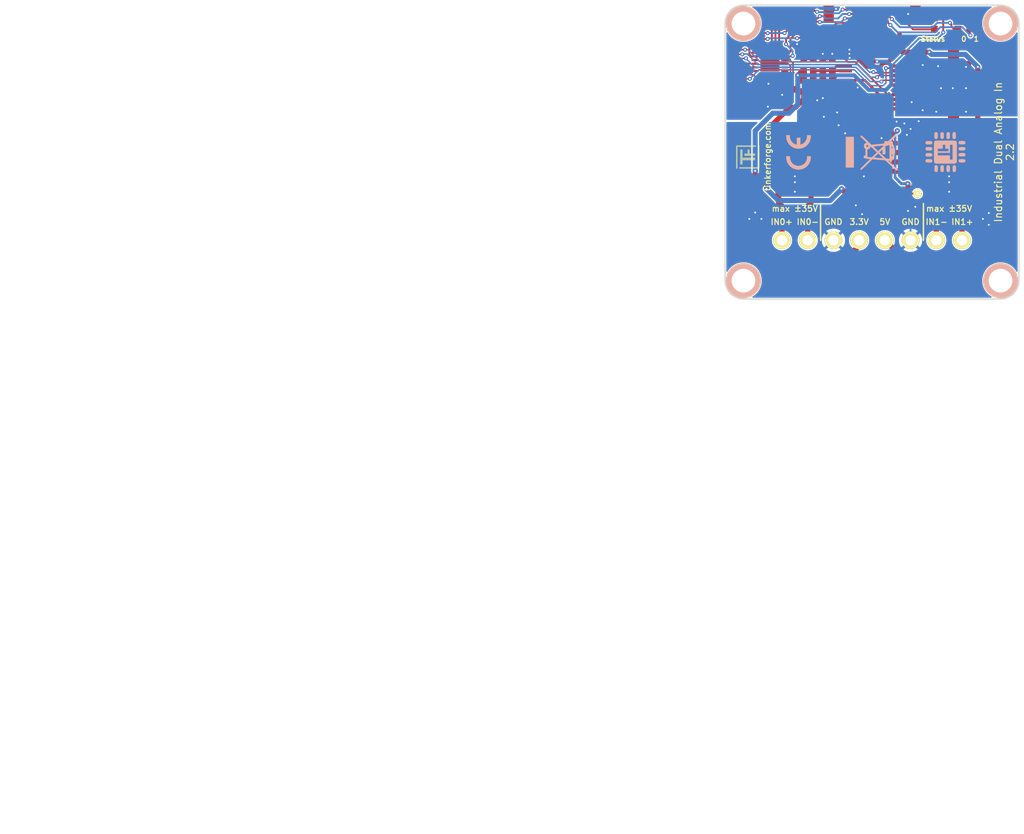
<source format=kicad_pcb>
(kicad_pcb (version 20211014) (generator pcbnew)
  (title_block (title "Industrial Dual Analog In") (date "2023-01-26") (rev "2.2") (company "Tinkerforge GmbH") (comment 1 "Copyright (©) 2023, B.Nordmeyer <bastian@tinkerforge.com>"))
  (layers (0 "F.Cu" signal) (31 "B.Cu" signal) (34 "B.Paste" user) (35 "F.Paste" user) (36 "B.SilkS" user "B.Silkscreen") (37 "F.SilkS" user "F.Silkscreen") (38 "B.Mask" user) (39 "F.Mask" user) (44 "Edge.Cuts" user))
  (net 0 "")
  (net 1 "AGND")
  (net 2 "+3.3VADC")
  (net 3 "-VAA")
  (net 4 "3V3")
  (net 5 "Net-(C5-Pad1)")
  (net 6 "Net-(C5-Pad2)")
  (net 7 "DGND")
  (net 8 "Net-(C8-Pad2)")
  (net 9 "Net-(C9-Pad2)")
  (net 10 "ADC0")
  (net 11 "ADC1")
  (net 12 "Net-(C12-Pad2)")
  (net 13 "Net-(C14-Pad2)")
  (net 14 "Net-(C18-Pad1)")
  (net 15 "Net-(C21-Pad1)")
  (net 16 "+3.3VP")
  (net 17 "+5V")
  (net 18 "Net-(P1-Pad4)")
  (net 19 "Net-(P1-Pad5)")
  (net 20 "Net-(P1-Pad6)")
  (net 21 "Net-(P3-Pad2)")
  (net 22 "Net-(P3-Pad1)")
  (net 23 "Net-(P3-Pad7)")
  (net 24 "Net-(P3-Pad8)")
  (net 25 "Net-(R5-Pad2)")
  (net 26 "Net-(R13-Pad1)")
  (net 27 "Net-(R10-Pad2)")
  (net 28 "Net-(C15-Pad2)")
  (net 29 "Net-(C17-Pad1)")
  (net 30 "Net-(C20-Pad1)")
  (net 31 "Net-(R3-Pad2)")
  (net 32 "Net-(R6-Pad2)")
  (net 33 "Net-(R15-Pad1)")
  (net 34 "Net-(R11-Pad2)")
  (net 35 "Net-(D1-Pad2)")
  (net 36 "Net-(D2-Pad2)")
  (net 37 "Net-(D3-Pad2)")
  (net 38 "Net-(C23-Pad1)")
  (net 39 "Net-(P4-Pad1)")
  (net 40 "Net-(P5-Pad2)")
  (net 41 "M-MOSI")
  (net 42 "S-MISO")
  (net 43 "S-MOSI")
  (net 44 "S-CLK")
  (net 45 "S-CS")
  (net 46 "M-CS")
  (net 47 "M-CLK")
  (net 48 "M-MISO")
  (net 49 "Net-(RP2-Pad6)")
  (net 50 "Net-(RP2-Pad7)")
  (net 51 "Net-(RP2-Pad8)")
  (net 52 "P0.2")
  (net 53 "Net-(D4-Pad2)")
  (net 54 "Net-(D5-Pad2)")
  (net 55 "LEDS")
  (net 56 "LED0")
  (net 57 "LED1")
  (footprint "tinkerforge:Fiducial_Mark" (layer "F.Cu") (at 117.1 112.5)
    (fp_text reference "Fiducial_Mark" hide)
    (fp_text value "VAL**" hide)
  )
  (footprint "tinkerforge:Fiducial_Mark" (layer "F.Cu") (at 154.1 87.5)
    (fp_text reference "Fiducial_Mark" hide)
    (fp_text value "VAL**" hide)
  )
  (footprint "tinkerforge:Fiducial_Mark" (layer "F.Cu") (at 153.1 113.5)
    (fp_text reference "Fiducial_Mark" hide)
    (fp_text value "VAL**" hide)
  )
  (footprint "logo:Logo_31x31" (layer "F.Cu") (at 117.1 102.25 90)
    (fp_text reference "G***" hide)
    (fp_text value "Logo_31x31" hide)
  )
  (footprint "kicad-libraries:SOD-323" (layer "F.Cu") (at 151.5 110.425 -90)
    (fp_text reference "D1")
    (fp_text value "CDSOD323-T05SC")
  )
  (footprint "kicad-libraries:SOD-323" (layer "F.Cu") (at 119.7 110.425 -90)
    (fp_text reference "D2")
    (fp_text value "CDSOD323-T03SC")
  )
  (footprint "kicad-libraries:OQ_8P" (layer "F.Cu") (at 135.6 112)
    (fp_text reference "P3")
    (fp_text value "CONN_8")
  )
  (footprint "kicad-libraries:SOIC8" (layer "F.Cu") (at 135.6 100.7 90)
    (fp_text reference "U1")
    (fp_text value "TLV272QDRQ1")
  )
  (footprint "kicad-libraries:SOT23-6" (layer "F.Cu") (at 136.75 106.45 90)
    (fp_text reference "U2")
    (fp_text value "LM2664")
  )
  (footprint "kicad-libraries:SSOP20-53" (layer "F.Cu") (at 135.6 91.2 -90)
    (fp_text reference "U4")
    (fp_text value "MCP3911")
  )
  (footprint "kicad-libraries:DRILL_NP" (layer "F.Cu") (at 153.1 117.5)
    (fp_text reference "U5" hide)
    (fp_text value "DRILL" hide)
  )
  (footprint "kicad-libraries:DRILL_NP" (layer "F.Cu") (at 153.1 82.5)
    (fp_text reference "U6" hide)
    (fp_text value "DRILL" hide)
  )
  (footprint "kicad-libraries:DRILL_NP" (layer "F.Cu") (at 118.1 82.5)
    (fp_text reference "U7" hide)
    (fp_text value "DRILL" hide)
  )
  (footprint "kicad-libraries:DRILL_NP" (layer "F.Cu") (at 118.1 117.5)
    (fp_text reference "U8" hide)
    (fp_text value "DRILL" hide)
  )
  (footprint "kicad-libraries:PINTST" (layer "F.Cu") (at 141.8 105.65)
    (fp_text reference "P2" hide)
    (fp_text value "CONN_1" hide)
  )
  (footprint "kicad-libraries:F1206" (layer "F.Cu") (at 150.7 104.4 -90)
    (fp_text reference "F1")
    (fp_text value "OZCJ0035FF2G")
  )
  (footprint "kicad-libraries:F1206" (layer "F.Cu") (at 119.7 105 -90)
    (fp_text reference "F2")
    (fp_text value "OZCJ0035FF2G")
  )
  (footprint "kicad-libraries:C0603F" (layer "F.Cu") (at 134 86.6 180)
    (fp_text reference "C24")
    (fp_text value "1uF")
  )
  (footprint "kicad-libraries:C0603F" (layer "F.Cu") (at 124.12 91.47)
    (fp_text reference "C25")
    (fp_text value "100nF")
  )
  (footprint "kicad-libraries:CON-SENSOR2" (layer "F.Cu") (at 135.6 80 180)
    (fp_text reference "P1")
    (fp_text value "CON-SENSOR2")
  )
  (footprint "kicad-libraries:DEBUG_PAD" (layer "F.Cu") (at 119.8 91.3)
    (fp_text reference "P4")
    (fp_text value "DEBUG")
  )
  (footprint "kicad-libraries:SolderJumper" (layer "F.Cu") (at 121.43 92.83 90)
    (fp_text reference "P5")
    (fp_text value "DEBUG")
  )
  (footprint "kicad-libraries:4X0402" (layer "F.Cu") (at 126.7 83.7 90)
    (fp_text reference "RP1")
    (fp_text value "82")
  )
  (footprint "kicad-libraries:4X0402" (layer "F.Cu") (at 117.92 88.72 -90)
    (fp_text reference "RP2")
    (fp_text value "82")
  )
  (footprint "kicad-libraries:QFN24-4x4mm-0.5mm" (layer "F.Cu") (at 121.71 87.72 90)
    (fp_text reference "U3")
    (fp_text value "XMC1100")
  )
  (footprint "kicad-libraries:C0603F" (layer "F.Cu") (at 133.7 104.1 180)
    (fp_text reference "C1")
    (fp_text value "100nF")
  )
  (footprint "kicad-libraries:C0603F" (layer "F.Cu") (at 138.125 96.65 90)
    (fp_text reference "C2")
    (fp_text value "100nF")
  )
  (footprint "kicad-libraries:C0603F" (layer "F.Cu") (at 134.25 106.45 -90)
    (fp_text reference "C3")
    (fp_text value "3.3µF")
  )
  (footprint "kicad-libraries:C0603F" (layer "F.Cu") (at 140.5 106.45 -90)
    (fp_text reference "C4")
    (fp_text value "3.3µF")
  )
  (footprint "kicad-libraries:C0603F" (layer "F.Cu") (at 136.75 104.1)
    (fp_text reference "C5")
    (fp_text value "3.3µF")
  )
  (footprint "kicad-libraries:C0603F" (layer "F.Cu") (at 139.2 106.45 90)
    (fp_text reference "C6")
    (fp_text value "100nF")
  )
  (footprint "kicad-libraries:C0805" (layer "F.Cu") (at 137.2 86.5)
    (fp_text reference "C7")
    (fp_text value "10uF")
  )
  (footprint "kicad-libraries:C0603F" (layer "F.Cu") (at 142.5 89.75 -90)
    (fp_text reference "C8")
    (fp_text value "18pF")
  )
  (footprint "kicad-libraries:C0603F" (layer "F.Cu") (at 142.5 92.65 90)
    (fp_text reference "C9")
    (fp_text value "18pF")
  )
  (footprint "kicad-libraries:C0603F" (layer "F.Cu") (at 132.6 96.65 90)
    (fp_text reference "C10")
    (fp_text value "1nF")
  )
  (footprint "kicad-libraries:C0603F" (layer "F.Cu") (at 136.825 96.65 90)
    (fp_text reference "C11")
    (fp_text value "1nF")
  )
  (footprint "kicad-libraries:C0603F" (layer "F.Cu") (at 130.2 88.1 -90)
    (fp_text reference "C12")
    (fp_text value "100nF")
  )
  (footprint "kicad-libraries:C0603F" (layer "F.Cu") (at 128.9 88.1 -90)
    (fp_text reference "C13")
    (fp_text value "10µF")
  )
  (footprint "kicad-libraries:C0603F" (layer "F.Cu") (at 129.9 94.4 90)
    (fp_text reference "C14")
    (fp_text value "100nF")
  )
  (footprint "kicad-libraries:C0603F" (layer "F.Cu") (at 130.2 91 90)
    (fp_text reference "C15")
    (fp_text value "100nF")
  )
  (footprint "kicad-libraries:C0603F" (layer "F.Cu") (at 128.9 91 90)
    (fp_text reference "C16")
    (fp_text value "10µF")
  )
  (footprint "kicad-libraries:C0603F" (layer "F.Cu") (at 126.05 103.3 -90)
    (fp_text reference "C17")
    (fp_text value "15pF")
  )
  (footprint "kicad-libraries:C0603F" (layer "F.Cu") (at 125.1 101.2)
    (fp_text reference "C18")
    (fp_text value "150pF")
  )
  (footprint "kicad-libraries:C0603F" (layer "F.Cu") (at 124.15 103.3 90)
    (fp_text reference "C19")
    (fp_text value "15pF")
  )
  (footprint "kicad-libraries:C0603F" (layer "F.Cu") (at 145.175 103.3 -90)
    (fp_text reference "C20")
    (fp_text value "15pF")
  )
  (footprint "kicad-libraries:C0603F" (layer "F.Cu") (at 146.1 101.2 180)
    (fp_text reference "C21")
    (fp_text value "150pF")
  )
  (footprint "kicad-libraries:C0603F" (layer "F.Cu") (at 147.05 103.3 90)
    (fp_text reference "C22")
    (fp_text value "15pF")
  )
  (footprint "kicad-libraries:D0603F" (layer "F.Cu") (at 144.1 82.5 -90)
    (fp_text reference "D3")
    (fp_text value "blue")
  )
  (footprint "kicad-libraries:C0603F" (layer "F.Cu") (at 126.3 91 90)
    (fp_text reference "FB1")
    (fp_text value "FILTER")
  )
  (footprint "kicad-libraries:C0603F" (layer "F.Cu") (at 126.3 88.1 -90)
    (fp_text reference "FB2")
    (fp_text value "FILTER")
  )
  (footprint "kicad-libraries:R0603F" (layer "F.Cu") (at 141 95.1 -90)
    (fp_text reference "R1")
    (fp_text value "0")
  )
  (footprint "kicad-libraries:R0603F" (layer "F.Cu") (at 141.2 91.2 -90)
    (fp_text reference "R2")
    (fp_text value "1M")
  )
  (footprint "kicad-libraries:R0603F" (layer "F.Cu") (at 129.6 85.7)
    (fp_text reference "R3")
    (fp_text value "100k")
  )
  (footprint "kicad-libraries:R0603F" (layer "F.Cu") (at 133.9 96.65 -90)
    (fp_text reference "R5")
    (fp_text value "68.1")
  )
  (footprint "kicad-libraries:R0603F" (layer "F.Cu") (at 135.375 96.65 -90)
    (fp_text reference "R6")
    (fp_text value "68.1")
  )
  (footprint "kicad-libraries:R0603F" (layer "F.Cu") (at 127.6 88.1 -90)
    (fp_text reference "R7")
    (fp_text value "10")
  )
  (footprint "kicad-libraries:R0603F" (layer "F.Cu") (at 131.05 100.9 90)
    (fp_text reference "R8")
    (fp_text value "4k7/10ppm")
  )
  (footprint "kicad-libraries:R0603F" (layer "F.Cu") (at 140.275 102.15 90)
    (fp_text reference "R9")
    (fp_text value "4k7/10ppm")
  )
  (footprint "kicad-libraries:R0603F" (layer "F.Cu") (at 131.05 98 -90)
    (fp_text reference "R10")
    (fp_text value "4k7/10ppm")
  )
  (footprint "kicad-libraries:R0603F" (layer "F.Cu") (at 140.275 99.25 -90)
    (fp_text reference "R11")
    (fp_text value "4k7/10ppm")
  )
  (footprint "kicad-libraries:R0603F" (layer "F.Cu") (at 127.6 91 90)
    (fp_text reference "R12")
    (fp_text value "10")
  )
  (footprint "kicad-libraries:R0603F" (layer "F.Cu") (at 127.2 100.4 -90)
    (fp_text reference "R13")
    (fp_text value "280k/10ppm")
  )
  (footprint "kicad-libraries:R0603F" (layer "F.Cu") (at 123 100.4 -90)
    (fp_text reference "R14")
    (fp_text value "280k/10ppm")
  )
  (footprint "kicad-libraries:R0603F" (layer "F.Cu") (at 144 100.4 -90)
    (fp_text reference "R15")
    (fp_text value "280k/10ppm")
  )
  (footprint "kicad-libraries:R0603F" (layer "F.Cu") (at 148.2 100.4 -90)
    (fp_text reference "R16")
    (fp_text value "280k/10ppm")
  )
  (footprint "kicad-libraries:R0603F" (layer "F.Cu") (at 127.35 103.3 -90)
    (fp_text reference "R17")
    (fp_text value "10")
  )
  (footprint "kicad-libraries:R0603F" (layer "F.Cu") (at 122.85 103.3 -90)
    (fp_text reference "R18")
    (fp_text value "10")
  )
  (footprint "kicad-libraries:R0603F" (layer "F.Cu") (at 143.875 103.3 -90)
    (fp_text reference "R19")
    (fp_text value "10")
  )
  (footprint "kicad-libraries:R0603F" (layer "F.Cu") (at 148.35 103.3 -90)
    (fp_text reference "R20")
    (fp_text value "10")
  )
  (footprint "kicad-libraries:R0603F" (layer "F.Cu") (at 126.55 105.4 180)
    (fp_text reference "R21")
    (fp_text value "100k")
  )
  (footprint "kicad-libraries:R0603F" (layer "F.Cu") (at 123.65 105.4 180)
    (fp_text reference "R22")
    (fp_text value "100k")
  )
  (footprint "kicad-libraries:R0603F" (layer "F.Cu") (at 144.65 105.4)
    (fp_text reference "R23")
    (fp_text value "100k")
  )
  (footprint "kicad-libraries:R0603F" (layer "F.Cu") (at 147.55 105.4)
    (fp_text reference "R24")
    (fp_text value "100k")
  )
  (footprint "kicad-libraries:D0603F" (layer "F.Cu") (at 148.9 82.5 -90)
    (fp_text reference "D4")
    (fp_text value "blue")
  )
  (footprint "kicad-libraries:D0603F" (layer "F.Cu") (at 147.3 82.5 -90)
    (fp_text reference "D5")
    (fp_text value "blue")
  )
  (footprint "kicad-libraries:4X0402" (layer "F.Cu") (at 126.7 81.5 90)
    (fp_text reference "RP3")
    (fp_text value "1k")
  )
  (footprint "kicad-libraries:C0402F" (layer "F.Cu") (at 126.7 85.3 180)
    (fp_text reference "C23")
    (fp_text value "220pF")
  )
  (footprint "kicad-libraries:HC49_US" (layer "F.Cu") (at 146.7 91.5 -90)
    (fp_text reference "X1")
    (fp_text value "4MHz")
  )
  (footprint "kicad-libraries:CE_5mm" (layer "B.Cu") (at 125.6 100 90)
    (fp_text reference "VAL" hide)
    (fp_text value "CE_5mm" hide)
  )
  (footprint "kicad-libraries:WEEE_7mm" (layer "B.Cu") (at 135.6 100 90)
    (fp_text reference "VAL" hide)
    (fp_text value "WEEE_7mm" hide)
  )
  (footprint "kicad-libraries:Logo_CoMCU" (layer "B.Cu") (at 145.6 100 90)
    (fp_text reference "G***" hide)
    (fp_text value "LOGO" hide)
  )
  (gr_line (start 142.6 107) (end 142.6 112) (layer "F.SilkS") (width 0.2))
  (gr_line (start 128.6 107) (end 128.6 112) (layer "F.SilkS") (width 0.2))
  (gr_arc (start 115.6 82.5) (mid 116.332233 80.732233) (end 118.1 80) (layer "Edge.Cuts") (width 0.15))
  (gr_line (start 153.1 80) (end 118.1 80) (layer "Edge.Cuts") (width 0.15))
  (gr_line (start 118.1 120) (end 153.1 120) (layer "Edge.Cuts") (width 0.15))
  (gr_line (start 115.6 82.5) (end 115.6 117.5) (layer "Edge.Cuts") (width 0.15))
  (gr_line (start 155.6 117.5) (end 155.6 82.5) (layer "Edge.Cuts") (width 0.15))
  (gr_arc (start 118.1 120) (mid 116.332233 119.267767) (end 115.6 117.5) (layer "Edge.Cuts") (width 0.15))
  (gr_arc (start 153.1 80) (mid 154.867767 80.732233) (end 155.6 82.5) (layer "Edge.Cuts") (width 0.15))
  (gr_arc (start 155.6 117.5) (mid 154.867767 119.267767) (end 153.1 120) (layer "Edge.Cuts") (width 0.15))
  (gr_text "5V" (at 137.35 109.5) (layer "F.SilkS") (effects (font (size 0.8 0.8))))
  (gr_text "GND" (at 140.85 109.5) (layer "F.SilkS") (effects (font (size 0.8 0.8))))
  (gr_text "Industrial Dual Analog In\n2.2" (at 153.6 100 90) (layer "F.SilkS") (effects (font (size 1 1))))
  (gr_text "max ±35V" (at 125.1 107.7) (layer "F.SilkS") (effects (font (size 0.8 0.8))))
  (gr_text "IN0-" (at 126.85 109.5) (layer "F.SilkS") (effects (font (size 0.8 0.8))))
  (gr_text "tinkerforge.com" (at 121.4 100.625 90) (layer "F.SilkS") (effects (font (size 0.8 0.8))))
  (gr_text "GND" (at 130.35 109.5) (layer "F.SilkS") (effects (font (size 0.8 0.8))))
  (gr_text "3.3V" (at 133.85 109.5) (layer "F.SilkS") (effects (font (size 0.8 0.8))))
  (gr_text "IN1-" (at 144.4 109.5) (layer "F.SilkS") (effects (font (size 0.8 0.8))))
  (gr_text "IN1+" (at 147.9 109.5) (layer "F.SilkS") (effects (font (size 0.8 0.8))))
  (gr_text "Status" (at 143.9 84.6) (layer "F.SilkS") (effects (font (size 0.7 0.7))))
  (gr_text "max ±35V" (at 146.1 107.7) (layer "F.SilkS") (effects (font (size 0.8 0.8))))
  (gr_text "0" (at 148.1 84.6) (layer "F.SilkS") (effects (font (size 0.7 0.7))))
  (gr_text "IN0+" (at 123.3 109.5) (layer "F.SilkS") (effects (font (size 0.8 0.8))))
  (gr_text "1" (at 149.8 84.6) (layer "F.SilkS") (effects (font (size 0.7 0.7))))
  (segment (start 129.5499 91.8001) (end 129.55 91.8) (width 0.7) (layer "F.Cu") (net 1))
  (segment (start 129.5501 91.8001) (end 129.55 91.8) (width 0.7) (layer "F.Cu") (net 1))
  (segment (start 125.0999 104.1001) (end 125.1 104.1) (width 0.7) (layer "F.Cu") (net 1))
  (segment (start 125.1001 104.1001) (end 125.1 104.1) (width 0.7) (layer "F.Cu") (net 1))
  (segment (start 146.0999 104.1001) (end 146.1 104.1) (width 0.7) (layer "F.Cu") (net 1))
  (segment (start 146.1001 104.1001) (end 146.1 104.1) (width 0.7) (layer "F.Cu") (net 1))
  (segment (start 134.5001 103.3001) (end 134.5 103.3) (width 0.35) (layer "F.Cu") (net 1))
  (segment (start 133.4001 107.2501) (end 133.4 107.25) (width 0.35) (layer "F.Cu") (net 1))
  (segment (start 139.05014 107.39996) (end 139.2 107.2501) (width 0.35) (layer "F.Cu") (net 1))
  (segment (start 136.8 98) (end 136.9 98.1) (width 0.7) (layer "F.Cu") (net 1))
  (segment (start 131.9501 97.4501) (end 131.95 97.45) (width 0.7) (layer "F.Cu") (net 1))
  (segment (start 140.25 97.75) (end 140.35 97.65) (width 0.7) (layer "F.Cu") (net 1))
  (segment (start 140.00076 96.10076) (end 140 96.1) (width 0.7) (layer "F.Cu") (net 1))
  (segment (start 138.9499 95.8499) (end 138.95 95.85) (width 0.7) (layer "F.Cu") (net 1))
  (segment (start 141.64924 96.10076) (end 141.95 95.8) (width 0.7) (layer "F.Cu") (net 1))
  (segment (start 141 96.7) (end 140.85 96.85) (width 0.4) (layer "F.Cu") (net 1))
  (segment (start 141.49924 107.45076) (end 141.5 107.45) (width 0.7) (layer "F.Cu") (net 1))
  (segment (start 133.325 90.875) (end 133.65 91.2) (width 0.35) (layer "F.Cu") (net 1))
  (segment (start 133.325 91.525) (end 133.65 91.2) (width 0.35) (layer "F.Cu") (net 1))
  (segment (start 130.875 92.825) (end 130.2 92.15) (width 0.4) (layer "F.Cu") (net 1))
  (segment (start 130.2 92.15) (end 130.2 91.8001) (width 0.4) (layer "F.Cu") (net 1))
  (segment (start 131.225 94.125) (end 130.85 94.5) (width 0.4) (layer "F.Cu") (net 1))
  (segment (start 130.85 94.5) (end 130.85 94.6) (width 0.4) (layer "F.Cu") (net 1))
  (segment (start 128.45 92.65) (end 128.15 92.95) (width 0.7) (layer "F.Cu") (net 1))
  (segment (start 150.7042 109.1042) (end 150.7 109.1) (width 0.7) (layer "F.Cu") (net 1))
  (segment (start 118.9042 109.1042) (end 118.9 109.1) (width 0.7) (layer "F.Cu") (net 1))
  (segment (start 120.5458 109.1042) (end 120.55 109.1) (width 0.7) (layer "F.Cu") (net 1))
  (segment (start 129.85 95.2) (end 129.9 95.15) (width 0.7) (layer "F.Cu") (net 1))
  (segment (start 136.8 98) (end 136.8 97.4501) (width 0.7) (layer "F.Cu") (net 1))
  (segment (start 141 96.10076) (end 140.00076 96.10076) (width 0.7) (layer "F.Cu") (net 1))
  (segment (start 146.7499 105.4) (end 146.1 105.4) (width 0.7) (layer "F.Cu") (net 1))
  (segment (start 132 91.525) (end 133.325 91.525) (width 0.35) (layer "F.Cu") (net 1))
  (segment (start 119.7 109.1042) (end 120.5458 109.1042) (width 0.7) (layer "F.Cu") (net 1))
  (segment (start 139.2 107.2501) (end 140.5 107.2501) (width 0.7) (layer "F.Cu") (net 1))
  (segment (start 137.94888 107.39996) (end 139.05014 107.39996) (width 0.4) (layer "F.Cu") (net 1))
  (segment (start 129.05 95.2) (end 129.85 95.2) (width 0.7) (layer "F.Cu") (net 1))
  (segment (start 132.6 97.4501) (end 131.9501 97.4501) (width 0.7) (layer "F.Cu") (net 1))
  (segment (start 129.5499 91.8001) (end 128.9 91.8001) (width 0.7) (layer "F.Cu") (net 1))
  (segment (start 133.4001 107.2501) (end 134.25 107.2501) (width 0.35) (layer "F.Cu") (net 1))
  (segment (start 130.2 91.8001) (end 129.5501 91.8001) (width 0.7) (layer "F.Cu") (net 1))
  (segment (start 134.5001 104.1) (end 134.5001 103.3001) (width 0.35) (layer "F.Cu") (net 1))
  (segment (start 146.0999 104.1001) (end 145.15 104.1001) (width 0.7) (layer "F.Cu") (net 1))
  (segment (start 141 96.10076) (end 141.64924 96.10076) (width 0.7) (layer "F.Cu") (net 1))
  (segment (start 126.05 104.1001) (end 125.1001 104.1001) (width 0.7) (layer "F.Cu") (net 1))
  (segment (start 132 94.125) (end 131.575 94.125) (width 0.35) (layer "F.Cu") (net 1))
  (segment (start 151.5 109.1042) (end 150.7042 109.1042) (width 0.7) (layer "F.Cu") (net 1))
  (segment (start 125.7499 105.4) (end 125.1 105.4) (width 0.7) (layer "F.Cu") (net 1))
  (segment (start 125.1 104.1) (end 125.1 103.3) (width 0.7) (layer "F.Cu") (net 1))
  (segment (start 132 92.825) (end 130.875 92.825) (width 0.4) (layer "F.Cu") (net 1))
  (segment (start 146.1 105.4) (end 145.4501 105.4) (width 0.7) (layer "F.Cu") (net 1))
  (segment (start 132 94.125) (end 131.225 94.125) (width 0.4) (layer "F.Cu") (net 1))
  (segment (start 128.9 91.8001) (end 128.9 92.65) (width 0.7) (layer "F.Cu") (net 1))
  (segment (start 128.9 92.65) (end 128.45 92.65) (width 0.7) (layer "F.Cu") (net 1))
  (segment (start 140.5 108) (end 140.5 107.2501) (width 0.35) (layer "F.Cu") (net 1))
  (segment (start 151.5 109.1042) (end 151.5 109.9) (width 0.7) (layer "F.Cu") (net 1))
  (segment (start 138.1 95.8499) (end 138.9499 95.8499) (width 0.7) (layer "F.Cu") (net 1))
  (segment (start 151.5 109.1042) (end 151.5 108.3) (width 0.7) (layer "F.Cu") (net 1))
  (segment (start 146.1 104.1) (end 146.1 103.3) (width 0.7) (layer "F.Cu") (net 1))
  (segment (start 134.25 107.45076) (end 134.25 108.45) (width 0.7) (layer "F.Cu") (net 1))
  (segment (start 140.5 107.45076) (end 141.49924 107.45076) (width 0.7) (layer "F.Cu") (net 1))
  (segment (start 147.05 104.1001) (end 146.1001 104.1001) (width 0.7) (layer "F.Cu") (net 1))
  (segment (start 140.25 98.4499) (end 140.25 97.75) (width 0.7) (layer "F.Cu") (net 1))
  (segment (start 125.1 105.4) (end 124.4501 105.4) (width 0.7) (layer "F.Cu") (net 1))
  (segment (start 119.7 109.1042) (end 118.9042 109.1042) (width 0.7) (layer "F.Cu") (net 1))
  (segment (start 119.7 109.1042) (end 119.7 108.225) (width 0.7) (layer "F.Cu") (net 1))
  (segment (start 132 94.125) (end 131.475 94.125) (width 0.4) (layer "F.Cu") (net 1))
  (segment (start 131.05 97.1999) (end 131.05 96.35) (width 0.7) (layer "F.Cu") (net 1))
  (segment (start 133.325 90.875) (end 132 90.875) (width 0.35) (layer "F.Cu") (net 1))
  (segment (start 125.0999 104.1001) (end 124.15 104.1001) (width 0.7) (layer "F.Cu") (net 1))
  (segment (start 141 96.10076) (end 141 96.7) (width 0.4) (layer "F.Cu") (net 1))
  (via (at 133.65 91.2) (size 0.7) (drill 0.25) (layers "F.Cu" "B.Cu") (net 1))
  (via (at 128.15 92.95) (size 0.7) (drill 0.25) (layers "F.Cu" "B.Cu") (net 1))
  (via (at 125.1 105.4) (size 0.7) (drill 0.25) (layers "F.Cu" "B.Cu") (net 1))
  (via (at 131.05 96.35) (size 0.7) (drill 0.25) (layers "F.Cu" "B.Cu") (net 1))
  (via (at 151.5 109.9) (size 0.7) (drill 0.25) (layers "F.Cu" "B.Cu") (net 1))
  (via (at 128.9 92.65) (size 0.7) (drill 0.25) (layers "F.Cu" "B.Cu") (net 1))
  (via (at 118.9 109.1) (size 0.7) (drill 0.25) (layers "F.Cu" "B.Cu") (net 1))
  (via (at 151.5 108.3) (size 0.7) (drill 0.25) (layers "F.Cu" "B.Cu") (net 1))
  (via (at 125.1 103.3) (size 0.7) (drill 0.25) (layers "F.Cu" "B.Cu") (net 1))
  (via (at 120.55 109.1) (size 0.7) (drill 0.25) (layers "F.Cu" "B.Cu") (net 1))
  (via (at 131.95 97.45) (size 0.7) (drill 0.25) (layers "F.Cu" "B.Cu") (net 1))
  (via (at 146.1 105.4) (size 0.7) (drill 0.25) (layers "F.Cu" "B.Cu") (net 1))
  (via (at 146.1 104.1) (size 0.7) (drill 0.25) (layers "F.Cu" "B.Cu") (net 1))
  (via (at 140 96.1) (size 0.7) (drill 0.25) (layers "F.Cu" "B.Cu") (net 1))
  (via (at 138.95 95.85) (size 0.7) (drill 0.25) (layers "F.Cu" "B.Cu") (net 1))
  (via (at 141.5 107.45) (size 0.7) (drill 0.25) (layers "F.Cu" "B.Cu") (net 1))
  (via (at 134.25 108.45) (size 0.7) (drill 0.25) (layers "F.Cu" "B.Cu") (net 1))
  (via (at 130.85 94.6) (size 0.7) (drill 0.25) (layers "F.Cu" "B.Cu") (net 1))
  (via (at 134.5 103.3) (size 0.7) (drill 0.25) (layers "F.Cu" "B.Cu") (net 1))
  (via (at 119.7 108.225) (size 0.7) (drill 0.25) (layers "F.Cu" "B.Cu") (net 1))
  (via (at 140.5 108) (size 0.7) (drill 0.25) (layers "F.Cu" "B.Cu") (net 1))
  (via (at 136.9 98.1) (size 0.7) (drill 0.25) (layers "F.Cu" "B.Cu") (net 1))
  (via (at 125.1 104.1) (size 0.7) (drill 0.25) (layers "F.Cu" "B.Cu") (net 1))
  (via (at 141.95 95.8) (size 0.7) (drill 0.25) (layers "F.Cu" "B.Cu") (net 1))
  (via (at 140.35 97.65) (size 0.7) (drill 0.25) (layers "F.Cu" "B.Cu") (net 1))
  (via (at 146.1 103.3) (size 0.7) (drill 0.25) (layers "F.Cu" "B.Cu") (net 1))
  (via (at 133.4 107.25) (size 0.7) (drill 0.25) (layers "F.Cu" "B.Cu") (net 1))
  (via (at 140.85 96.85) (size 0.7) (drill 0.25) (layers "F.Cu" "B.Cu") (net 1))
  (via (at 129.05 95.2) (size 0.7) (drill 0.25) (layers "F.Cu" "B.Cu") (net 1))
  (via (at 150.7 109.1) (size 0.7) (drill 0.25) (layers "F.Cu" "B.Cu") (net 1))
  (segment (start 146.1 104.3) (end 142.4 108) (width 0.254) (layer "B.Cu") (net 1))
  (segment (start 142.4 108) (end 140.5 108) (width 0.254) (layer "B.Cu") (net 1))
  (segment (start 140.85018 108.35018) (end 140.5 108) (width 0.254) (layer "B.Cu") (net 1))
  (segment (start 134.15 108) (end 133.4 107.25) (width 0.254) (layer "B.Cu") (net 1))
  (segment (start 134.5 106.15) (end 133.4 107.25) (width 0.254) (layer "B.Cu") (net 1))
  (segment (start 131.95 97.25) (end 131.05 96.35) (width 0.254) (layer "B.Cu") (net 1))
  (segment (start 136.25 97.45) (end 136.9 98.1) (width 0.254) (layer "B.Cu") (net 1))
  (segment (start 127.84982 109.5) (end 120.95 109.5) (width 0.254) (layer "B.Cu") (net 1))
  (segment (start 120.95 109.5) (end 120.55 109.1) (width 0.254) (layer "B.Cu") (net 1))
  (segment (start 133.89982 108.45) (end 134.25 108.45) (width 0.254) (layer "B.Cu") (net 1))
  (segment (start 119.7 108.225) (end 119.1 107.625) (width 0.254) (layer "B.Cu") (net 1))
  (segment (start 131.95 97.45) (end 136.25 97.45) (width 0.254) (layer "B.Cu") (net 1))
  (segment (start 131.95 97.45) (end 131.95 97.25) (width 0.254) (layer "B.Cu") (net 1))
  (segment (start 125.1 103.3) (end 125.1 100.95) (width 0.254) (layer "B.Cu") (net 1))
  (segment (start 134.5 103.3) (end 134.5 106.15) (width 0.254) (layer "B.Cu") (net 1))
  (segment (start 125 103.4) (end 125.1 103.3) (width 0.254) (layer "B.Cu") (net 1))
  (segment (start 119.1 105.4) (end 121.1 103.4) (width 0.254) (layer "B.Cu") (net 1))
  (segment (start 130.34982 112) (end 127.84982 109.5) (width 0.254) (layer "B.Cu") (net 1))
  (segment (start 130.34982 112) (end 133.89982 108.45) (width 0.254) (layer "B.Cu") (net 1))
  (segment (start 121.1 103.4) (end 125 103.4) (width 0.254) (layer "B.Cu") (net 1))
  (segment (start 129.7 96.35) (end 131.05 96.35) (width 0.254) (layer "B.Cu") (net 1))
  (segment (start 140.85018 112) (end 140.85018 108.35018) (width 0.254) (layer "B.Cu") (net 1))
  (segment (start 140.5 108) (end 134.15 108) (width 0.254) (layer "B.Cu") (net 1))
  (segment (start 119.1 107.625) (end 119.1 105.4) (width 0.254) (layer "B.Cu") (net 1))
  (segment (start 146.1 103.4) (end 146.1 104.3) (width 0.254) (layer "B.Cu") (net 1))
  (segment (start 125.1 100.95) (end 129.7 96.35) (width 0.254) (layer "B.Cu") (net 1))
  (segment (start 132.90252 104.09738) (end 132.8999 104.1) (width 0.7) (layer "F.Cu") (net 2))
  (segment (start 132.8999 104.8999) (end 132.9 104.9) (width 0.7) (layer "F.Cu") (net 2))
  (segment (start 134.39986 105.50004) (end 134.25 105.6499) (width 0.35) (layer "F.Cu") (net 2))
  (segment (start 133.6499 105.6499) (end 132.9 104.9) (width 0.35) (layer "F.Cu") (net 2))
  (segment (start 135.15 106.45) (end 134.3499 105.6499) (width 0.4) (layer "F.Cu") (net 2))
  (segment (start 134.3499 105.6499) (end 134.25 105.6499) (width 0.35) (layer "F.Cu") (net 2))
  (segment (start 134.39986 105.50004) (end 134.25 105.6499) (width 0.35) (layer "F.Cu") (net 2))
  (segment (start 131.89924 105.44924) (end 131.45 105) (width 0.7) (layer "F.Cu") (net 2))
  (segment (start 121.25 105) (end 121.25 97.05) (width 0.7) (layer "F.Cu") (net 2))
  (segment (start 124.4 93.9) (end 125.2 93.9) (width 0.7) (layer "F.Cu") (net 2))
  (segment (start 125.2 93.9) (end 126.3 92.8) (width 0.7) (layer "F.Cu") (net 2))
  (segment (start 126.3 92.8) (end 126.3 91.8001) (width 0.7) (layer "F.Cu") (net 2))
  (segment (start 135.55112 105.50004) (end 134.39986 105.50004) (width 0.4) (layer "F.Cu") (net 2))
  (segment (start 135.55112 106.45) (end 135.15 106.45) (width 0.4) (layer "F.Cu") (net 2))
  (segment (start 134.25 105.6499) (end 133.6499 105.6499) (width 0.35) (layer "F.Cu") (net 2))
  (segment (start 132.90252 102.60246) (end 132.90252 104.09738) (width 0.7) (layer "F.Cu") (net 2))
  (segment (start 132.8999 104.8999) (end 132.8999 104.1) (width 0.7) (layer "F.Cu") (net 2))
  (segment (start 134.25 105.44924) (end 131.89924 105.44924) (width 0.7) (layer "F.Cu") (net 2))
  (segment (start 126.3 91.8001) (end 127.6 91.8001) (width 0.7) (layer "F.Cu") (net 2))
  (segment (start 121.25 97.05) (end 124.4 93.9) (width 0.7) (layer "F.Cu") (net 2))
  (via (at 131.45 105) (size 0.7) (drill 0.25) (layers "F.Cu" "B.Cu") (net 2))
  (via (at 121.25 105) (size 0.7) (drill 0.25) (layers "F.Cu" "B.Cu") (net 2))
  (segment (start 131.45 105.05) (end 129.9 106.6) (width 0.7) (layer "B.Cu") (net 2))
  (segment (start 129.9 106.6) (end 122.85 106.6) (width 0.7) (layer "B.Cu") (net 2))
  (segment (start 122.85 106.6) (end 121.25 105) (width 0.7) (layer "B.Cu") (net 2))
  (segment (start 131.45 105) (end 131.45 105.05) (width 0.7) (layer "B.Cu") (net 2))
  (segment (start 138.2999 106.45) (end 139.1 105.6499) (width 0.4) (layer "F.Cu") (net 3))
  (segment (start 138.29748 97.64758) (end 138.1 97.4501) (width 0.35) (layer "F.Cu") (net 3))
  (segment (start 138.6999 97.4501) (end 139.05 97.1) (width 0.35) (layer "F.Cu") (net 3))
  (segment (start 140.5 104.35) (end 140.45 104.3) (width 0.7) (layer "F.Cu") (net 3))
  (segment (start 141.7999 105.6499) (end 141.8 105.65) (width 0.254) (layer "F.Cu") (net 3))
  (segment (start 137.94888 106.45) (end 138.2999 106.45) (width 0.4) (layer "F.Cu") (net 3))
  (segment (start 140.5 105.44924) (end 140.5 104.35) (width 0.7) (layer "F.Cu") (net 3))
  (segment (start 140.5 105.6499) (end 141.7999 105.6499) (width 0.254) (layer "F.Cu") (net 3))
  (segment (start 138.29748 98.79754) (end 138.29748 97.64758) (width 0.35) (layer "F.Cu") (net 3))
  (segment (start 138.1 97.4501) (end 138.6999 97.4501) (width 0.35) (layer "F.Cu") (net 3))
  (segment (start 139.1 105.6499) (end 140.5 105.6499) (width 0.7) (layer "F.Cu") (net 3))
  (via (at 139.05 97.1) (size 0.7) (drill 0.25) (layers "F.Cu" "B.Cu") (net 3))
  (via (at 140.45 104.3) (size 0.7) (drill 0.25) (layers "F.Cu" "B.Cu") (net 3))
  (segment (start 138.75 103.45) (end 138.75 97.4) (width 0.35) (layer "B.Cu") (net 3))
  (segment (start 138.75 97.4) (end 139.05 97.1) (width 0.35) (layer "B.Cu") (net 3))
  (segment (start 139.6 104.3) (end 138.75 103.45) (width 0.4) (layer "B.Cu") (net 3))
  (segment (start 140.45 104.3) (end 139.6 104.3) (width 0.4) (layer "B.Cu") (net 3))
  (segment (start 125.5 89.55) (end 126.1499 88.9001) (width 0.7) (layer "F.Cu") (net 4))
  (segment (start 126.1499 88.9001) (end 126.3 88.9001) (width 0.7) (layer "F.Cu") (net 4))
  (segment (start 126.1499 90.1999) (end 125.5 89.55) (width 0.7) (layer "F.Cu") (net 4))
  (segment (start 136.09924 86.6) (end 136.19924 86.5) (width 0.55) (layer "F.Cu") (net 4))
  (segment (start 124.42 87.47) (end 124.85 87.9) (width 0.2) (layer "F.Cu") (net 4))
  (segment (start 124.85 87.9) (end 124.85 91.45) (width 0.2) (layer "F.Cu") (net 4))
  (segment (start 124.85 91.45) (end 124.87 91.47) (width 0.2) (layer "F.Cu") (net 4))
  (segment (start 136.85 85.5) (end 137.18 85.83) (width 0.4) (layer "F.Cu") (net 4))
  (segment (start 137.18 85.83) (end 137.18 86.29) (width 0.4) (layer "F.Cu") (net 4))
  (segment (start 137.18 86.29) (end 136.97 86.5) (width 0.4) (layer "F.Cu") (net 4))
  (segment (start 136.97 86.5) (end 136.19924 86.5) (width 0.4) (layer "F.Cu") (net 4))
  (segment (start 125.21 91.47) (end 125.5 91.18) (width 0.25) (layer "F.Cu") (net 4))
  (segment (start 125.5 91.18) (end 125.5 89.55) (width 0.25) (layer "F.Cu") (net 4))
  (segment (start 134.75 87.21) (end 135.2 87.66) (width 0.55) (layer "F.Cu") (net 4))
  (segment (start 135.2 87.66) (end 136.29 87.66) (width 0.55) (layer "F.Cu") (net 4))
  (segment (start 144.95 81.75) (end 144.1 81.75) (width 0.25) (layer "F.Cu") (net 4))
  (segment (start 145.3 83.7) (end 145.3 82.1) (width 0.254) (layer "F.Cu") (net 4))
  (segment (start 145.3 82.1) (end 144.95 81.75) (width 0.254) (layer "F.Cu") (net 4))
  (segment (start 147.3 81.75) (end 148.9 81.75) (width 0.25) (layer "F.Cu") (net 4))
  (segment (start 123.735 87.47) (end 124.42 87.47) (width 0.2) (layer "F.Cu") (net 4))
  (segment (start 124.87 91.47) (end 125.21 91.47) (width 0.25) (layer "F.Cu") (net 4))
  (segment (start 136.85 84.6) (end 136.85 85.5) (width 0.4) (layer "F.Cu") (net 4))
  (segment (start 119.7 103.49886) (end 119.7 102.55) (width 0.7) (layer "F.Cu") (net 4))
  (segment (start 144.95 81.75) (end 147.3 81.75) (width 0.25) (layer "F.Cu") (net 4))
  (segment (start 134.75 86.6) (end 134.75 87.21) (width 0.55) (layer "F.Cu") (net 4))
  (segment (start 134.75 86.6) (end 136.09924 86.6) (width 0.55) (layer "F.Cu") (net 4))
  (segment (start 126.3 90.1999) (end 126.1499 90.1999) (width 0.7) (layer "F.Cu") (net 4))
  (via (at 125.5 89.55) (size 0.7) (drill 0.25) (layers "F.Cu" "B.Cu") (net 4))
  (via (at 119.7 102.55) (size 0.7) (drill 0.25) (layers "F.Cu" "B.Cu") (net 4))
  (via (at 136.29 87.66) (size 0.55) (drill 0.25) (layers "F.Cu" "B.Cu") (net 4))
  (via (at 145.3 83.7) (size 0.55) (drill 0.25) (layers "F.Cu" "B.Cu") (net 4))
  (segment (start 125.5 93.5) (end 124.3 94.7) (width 0.7) (layer "B.Cu") (net 4))
  (segment (start 119.7 102.55) (end 119.7 97.1) (width 0.7) (layer "B.Cu") (net 4))
  (segment (start 119.7 97.1) (end 122.1 94.7) (width 0.7) (layer "B.Cu") (net 4))
  (segment (start 136.29 87.66) (end 136.31 87.68) (width 0.55) (layer "B.Cu") (net 4))
  (segment (start 136.31 87.68) (end 137.66 87.68) (width 0.55) (layer "B.Cu") (net 4))
  (segment (start 137.66 87.68) (end 138.22 88.24) (width 0.55) (layer "B.Cu") (net 4))
  (segment (start 138.22 88.24) (end 138.22 88.3) (width 0.55) (layer "B.Cu") (net 4))
  (segment (start 138.22 90.81) (end 137.5 91.53) (width 0.55) (layer "B.Cu") (net 4))
  (segment (start 137.5 91.53) (end 135.15 91.53) (width 0.55) (layer "B.Cu") (net 4))
  (segment (start 135.15 91.53) (end 133.17 89.55) (width 0.55) (layer "B.Cu") (net 4))
  (segment (start 133.17 89.55) (end 125.5 89.55) (width 0.55) (layer "B.Cu") (net 4))
  (segment (start 138.22 88.3) (end 138.22 90.81) (width 0.55) (layer "B.Cu") (net 4))
  (segment (start 142.02 84.5) (end 144.6 84.5) (width 0.254) (layer "B.Cu") (net 4))
  (segment (start 144.6 84.5) (end 145.3 83.8) (width 0.254) (layer "B.Cu") (net 4))
  (segment (start 145.3 83.8) (end 145.3 83.7) (width 0.254) (layer "B.Cu") (net 4))
  (segment (start 138.26 88.26) (end 142.02 84.5) (width 0.254) (layer "B.Cu") (net 4))
  (segment (start 124.3 94.7) (end 122.1 94.7) (width 0.7) (layer "B.Cu") (net 4))
  (segment (start 138.22 88.3) (end 138.26 88.26) (width 0.25) (layer "B.Cu") (net 4))
  (segment (start 125.5 89.55) (end 125.5 93.5) (width 0.7) (layer "B.Cu") (net 4))
  (segment (start 135.9499 104.2999) (end 136.45 104.8) (width 0.4) (layer "F.Cu") (net 5))
  (segment (start 136.45 104.8) (end 136.45 106.9) (width 0.4) (layer "F.Cu") (net 5))
  (segment (start 136.45 106.9) (end 135.95004 107.39996) (width 0.4) (layer "F.Cu") (net 5))
  (segment (start 135.95004 107.39996) (end 135.55112 107.39996) (width 0.35) (layer "F.Cu") (net 5))
  (segment (start 135.9499 104.1) (end 135.9499 104.2999) (width 0.35) (layer "F.Cu") (net 5))
  (segment (start 137.45004 105.50004) (end 137.25 105.3) (width 0.4) (layer "F.Cu") (net 6))
  (segment (start 137.25 105.3) (end 137.25 104.4001) (width 0.4) (layer "F.Cu") (net 6))
  (segment (start 137.25 104.4001) (end 137.5501 104.1) (width 0.4) (layer "F.Cu") (net 6))
  (segment (start 137.94888 105.50004) (end 137.45004 105.50004) (width 0.4) (layer "F.Cu") (net 6))
  (segment (start 129.5499 87.2999) (end 129.55 87.3) (width 0.4) (layer "F.Cu") (net 7))
  (segment (start 129.5501 87.2999) (end 129.55 87.3) (width 0.4) (layer "F.Cu") (net 7))
  (segment (start 140.97424 94.125) (end 141 94.09924) (width 0.35) (layer "F.Cu") (net 7))
  (segment (start 141.69924 94.09924) (end 141.9 94.3) (width 0.7) (layer "F.Cu") (net 7))
  (segment (start 141.9 94.3) (end 142.5 94.3) (width 0.7) (layer "F.Cu") (net 7))
  (segment (start 142.6 94.3) (end 142.8 94.5) (width 0.254) (layer "F.Cu") (net 7))
  (segment (start 142.8 94.5) (end 144.35 94.5) (width 0.254) (layer "F.Cu") (net 7))
  (segment (start 120.88 93.18) (end 121.05 93.35) (width 0.2) (layer "F.Cu") (net 7))
  (segment (start 121.05 93.35) (end 121.47 93.35) (width 0.2) (layer "F.Cu") (net 7))
  (segment (start 121.47 93.35) (end 121.43 93.33) (width 0.2) (layer "F.Cu") (net 7))
  (segment (start 121.84 93.33) (end 121.97 93.2) (width 0.2) (layer "F.Cu") (net 7))
  (segment (start 121.97 93.2) (end 121.97 92.98) (width 0.2) (layer "F.Cu") (net 7))
  (segment (start 121.97 92.98) (end 121.98 93.055) (width 0.2) (layer "F.Cu") (net 7))
  (segment (start 138.1 86.39924) (end 138.20076 86.5) (width 0.55) (layer "F.Cu") (net 7))
  (segment (start 133.13 86.6) (end 132.56 87.17) (width 0.55) (layer "F.Cu") (net 7))
  (segment (start 132.54 86.6) (end 132.52 86.62) (width 0.55) (layer "F.Cu") (net 7))
  (segment (start 132.53 86.06) (end 133.07 86.6) (width 0.55) (layer "F.Cu") (net 7))
  (segment (start 132.53 86.61) (end 132.52 86.62) (width 0.55) (layer "F.Cu") (net 7))
  (segment (start 132.56 87.11) (end 132.52 87.07) (width 0.55) (layer "F.Cu") (net 7))
  (segment (start 132.52 87.07) (end 132.52 86.62) (width 0.55) (layer "F.Cu") (net 7))
  (segment (start 124.19 87.97) (end 124.499998 88.279998) (width 0.2) (layer "F.Cu") (net 7))
  (segment (start 124.499998 88.279998) (end 124.499998 90.070002) (width 0.2) (layer "F.Cu") (net 7))
  (segment (start 124.499998 90.070002) (end 123.37 91.2) (width 0.2) (layer "F.Cu") (net 7))
  (segment (start 123.37 91.2) (end 123.37 91.47) (width 0.2) (layer "F.Cu") (net 7))
  (segment (start 122.76 87.97) (end 122.36 88.37) (width 0.2) (layer "F.Cu") (net 7))
  (segment (start 138.20076 87.34924) (end 137.7 87.85) (width 0.55) (layer "F.Cu") (net 7))
  (segment (start 137.7 87.85) (end 137.2 87.85) (width 0.55) (layer "F.Cu") (net 7))
  (segment (start 137.2 87.85) (end 136.66 88.39) (width 0.55) (layer "F.Cu") (net 7))
  (segment (start 136.66 88.39) (end 134.77 88.39) (width 0.55) (layer "F.Cu") (net 7))
  (segment (start 134.77 88.39) (end 133.25 86.87) (width 0.55) (layer "F.Cu") (net 7))
  (segment (start 133.25 86.87) (end 133.25 86.6) (width 0.55) (layer "F.Cu") (net 7))
  (segment (start 130.4 80.5) (end 130.7 80.5) (width 0.55) (layer "F.Cu") (net 7))
  (segment (start 146.3 91.3) (end 146.6 91.3) (width 0.7) (layer "F.Cu") (net 7))
  (segment (start 128.9 87.35) (end 128.9 86.62) (width 0.55) (layer "F.Cu") (net 7))
  (segment (start 148.4 91.3) (end 148.4 88.4) (width 0.7) (layer "F.Cu") (net 7))
  (segment (start 123.735 87.97) (end 124.19 87.97) (width 0.2) (layer "F.Cu") (net 7))
  (segment (start 130.2 87.2999) (end 129.5501 87.2999) (width 0.4) (layer "F.Cu") (net 7))
  (segment (start 129.7 81.2) (end 130.4 80.5) (width 0.55) (layer "F.Cu") (net 7))
  (segment (start 133.25 86.6) (end 133.2 86.6) (width 0.55) (layer "F.Cu") (net 7))
  (segment (start 138.1 84.6) (end 138.1 86.39924) (width 0.55) (layer "F.Cu") (net 7))
  (segment (start 132.56 87.17) (end 132.56 87.11) (width 0.55) (layer "F.Cu") (net 7))
  (segment (start 121.06 87.07) (end 122.36 87.07) (width 0.2) (layer "F.Cu") (net 7))
  (segment (start 146.3 91.3) (end 148.4 91.3) (width 0.7) (layer "F.Cu") (net 7))
  (segment (start 139.2 94.125) (end 140.97424 94.125) (width 0.35) (layer "F.Cu") (net 7))
  (segment (start 142.5 94.3) (end 142.6 94.3) (width 0.254) (layer "F.Cu") (net 7))
  (segment (start 133.25 86.6) (end 133.13 86.6) (width 0.55) (layer "F.Cu") (net 7))
  (segment (start 123.735 87.97) (end 122.76 87.97) (width 0.3) (layer "F.Cu") (net 7))
  (segment (start 141 94.09924) (end 141 93.2) (width 0.7) (layer "F.Cu") (net 7))
  (segment (start 145 91.3) (end 146.3 91.3) (width 0.7) (layer "F.Cu") (net 7))
  (segment (start 121.06 87.07) (end 121.06 88.37) (width 0.2) (layer "F.Cu") (net 7))
  (segment (start 133.25 86.6) (end 132.54 86.6) (width 0.55) (layer "F.Cu") (net 7))
  (segment (start 141.5 81.2) (end 140.52 81.2) (width 0.55) (layer "F.Cu") (net 7))
  (segment (start 121.46 89.745) (end 121.46 90.66) (width 0.2) (layer "F.Cu") (net 7))
  (segment (start 133.25 86.6) (end 133.25 86.75) (width 0.55) (layer "F.Cu") (net 7))
  (segment (start 142.5 88.15) (end 142.5 88.9499) (width 0.254) (layer "F.Cu") (net 7))
  (segment (start 121.43 93.33) (end 121.84 93.33) (width 0.2) (layer "F.Cu") (net 7))
  (segment (start 123.37 91.47) (end 123.37 92.2) (width 0.55) (layer "F.Cu") (net 7))
  (segment (start 138.20076 86.5) (end 138.20076 87.34924) (width 0.55) (layer "F.Cu") (net 7))
  (segment (start 142.5 94.3) (end 142.5 93.4501) (width 0.7) (layer "F.Cu") (net 7))
  (segment (start 122.36 88.37) (end 121.06 88.37) (width 0.2) (layer "F.Cu") (net 7))
  (segment (start 126.05 85.3) (end 125.4 85.3) (width 0.55) (layer "F.Cu") (net 7))
  (segment (start 130.2 87.35) (end 130.2 86.62) (width 0.55) (layer "F.Cu") (net 7))
  (segment (start 122.36 87.07) (end 122.36 88.37) (width 0.2) (layer "F.Cu") (net 7))
  (segment (start 121.46 90.66) (end 121.5 90.7) (width 0.2) (layer "F.Cu") (net 7))
  (segment (start 121.43 93.33) (end 121.43 93.81) (width 0.2) (layer "F.Cu") (net 7))
  (segment (start 141 94.09924) (end 141.69924 94.09924) (width 0.35) (layer "F.Cu") (net 7))
  (segment (start 132.53 86.06) (end 132.53 86.61) (width 0.55) (layer "F.Cu") (net 7))
  (segment (start 120.88 93.055) (end 120.88 93.18) (width 0.2) (layer "F.Cu") (net 7))
  (segment (start 129.5499 87.2999) (end 128.9 87.2999) (width 0.4) (layer "F.Cu") (net 7))
  (segment (start 148.4 91.3) (end 148.4 94.5) (width 0.7) (layer "F.Cu") (net 7))
  (via (at 121.43 93.81) (size 0.55) (drill 0.25) (layers "F.Cu" "B.Cu") (net 7))
  (via (at 146.6 91.3) (size 0.55) (drill 0.25) (layers "F.Cu" "B.Cu") (net 7))
  (via (at 140.52 81.2) (size 0.55) (drill 0.25) (layers "F.Cu" "B.Cu") (net 7))
  (via (at 130.7 80.5) (size 0.55) (drill 0.25) (layers "F.Cu" "B.Cu") (net 7))
  (via (at 141 93.2) (size 0.7) (drill 0.25) (layers "F.Cu" "B.Cu") (net 7))
  (via (at 144.35 94.5) (size 0.7) (drill 0.25) (layers "F.Cu" "B.Cu") (net 7))
  (via (at 148.4 91.3) (size 0.55) (drill 0.25) (layers "F.Cu" "B.Cu") (net 7))
  (via (at 132.53 86.06) (size 0.55) (drill 0.25) (layers "F.Cu" "B.Cu") (net 7))
  (via (at 148.4 88.4) (size 0.55) (drill 0.25) (layers "F.Cu" "B.Cu") (net 7))
  (via (at 144.6 88.3) (size 0.55) (drill 0.25) (layers "F.Cu" "B.Cu") (net 7))
  (via (at 132.56 87.17) (size 0.55) (drill 0.25) (layers "F.Cu" "B.Cu") (net 7))
  (via (at 121.5 90.7) (size 0.55) (drill 0.25) (layers "F.Cu" "B.Cu") (net 7))
  (via (at 130.2 86.62) (size 0.55) (drill 0.25) (layers "F.Cu" "B.Cu") (net 7))
  (via (at 142.5 88.15) (size 0.7) (drill 0.25) (layers "F.Cu" "B.Cu") (net 7))
  (via (at 145 91.3) (size 0.55) (drill 0.25) (layers "F.Cu" "B.Cu") (net 7))
  (via (at 123.37 92.2) (size 0.55) (drill 0.25) (layers "F.Cu" "B.Cu") (net 7))
  (via (at 132.52 86.62) (size 0.55) (drill 0.25) (layers "F.Cu" "B.Cu") (net 7))
  (via (at 128.9 86.62) (size 0.55) (drill 0.25) (layers "F.Cu" "B.Cu") (net 7))
  (via (at 125.4 85.3) (size 0.55) (drill 0.25) (layers "F.Cu" "B.Cu") (net 7))
  (via (at 142.5 94.3) (size 0.7) (drill 0.25) (layers "F.Cu" "B.Cu") (net 7))
  (via (at 148.4 94.5) (size 0.55) (drill 0.25) (layers "F.Cu" "B.Cu") (net 7))
  (segment (start 144.35 91.95) (end 145 91.3) (width 0.7) (layer "B.Cu") (net 7))
  (segment (start 144.45 88.15) (end 144.6 88.3) (width 0.7) (layer "B.Cu") (net 7))
  (segment (start 142.5 88.15) (end 144.45 88.15) (width 0.7) (layer "B.Cu") (net 7))
  (segment (start 142.5 94.3) (end 142.5 88.15) (width 0.7) (layer "B.Cu") (net 7))
  (segment (start 144.35 94.5) (end 144.35 91.95) (width 0.7) (layer "B.Cu") (net 7))
  (segment (start 140.7249 90.875) (end 141.2 90.3999) (width 0.254) (layer "F.Cu") (net 8))
  (segment (start 142.3498 90.3999) (end 142.5 90.5501) (width 0.254) (layer "F.Cu") (net 8))
  (segment (start 143.9 90.5) (end 146.7 87.7) (width 0.254) (layer "F.Cu") (net 8))
  (segment (start 146.7 87.7) (end 146.7 87.25058) (width 0.254) (layer "F.Cu") (net 8))
  (segment (start 138.975 90.875) (end 140.7249 90.875) (width 0.254) (layer "F.Cu") (net 8))
  (segment (start 142.5 90.5) (end 143.9 90.5) (width 0.254) (layer "F.Cu") (net 8))
  (segment (start 141.2 90.3999) (end 142.3498 90.3999) (width 0.254) (layer "F.Cu") (net 8))
  (segment (start 140.7249 91.525) (end 141.2 92.0001) (width 0.254) (layer "F.Cu") (net 9))
  (segment (start 142.3498 92.0001) (end 142.5 91.8499) (width 0.254) (layer "F.Cu") (net 9))
  (segment (start 143.9 91.9) (end 146.7 94.7) (width 0.254) (layer "F.Cu") (net 9))
  (segment (start 146.7 94.7) (end 146.7 95.74942) (width 0.254) (layer "F.Cu") (net 9))
  (segment (start 142.5 91.9) (end 143.9 91.9) (width 0.254) (layer "F.Cu") (net 9))
  (segment (start 141.2 92.0001) (end 142.3498 92.0001) (width 0.254) (layer "F.Cu") (net 9))
  (segment (start 138.975 91.525) (end 140.7249 91.525) (width 0.254) (layer "F.Cu") (net 9))
  (segment (start 132.6 95.45) (end 133.4 94.65) (width 0.35) (layer "F.Cu") (net 10))
  (segment (start 133.4 94.65) (end 133.4 92.5) (width 0.35) (layer "F.Cu") (net 10))
  (segment (start 133.4 92.5) (end 133.075 92.175) (width 0.35) (layer "F.Cu") (net 10))
  (segment (start 133.075 92.175) (end 132.225 92.175) (width 0.35) (layer "F.Cu") (net 10))
  (segment (start 133.9 95.8499) (end 132.6 95.8499) (width 0.35) (layer "F.Cu") (net 10))
  (segment (start 132.6 95.8499) (end 132.6 95.45) (width 0.35) (layer "F.Cu") (net 10))
  (segment (start 134.625 90.225) (end 136.8 92.4) (width 0.35) (layer "F.Cu") (net 11))
  (segment (start 136.8 92.4) (end 136.8 95.8499) (width 0.35) (layer "F.Cu") (net 11))
  (segment (start 136.8 95.8499) (end 135.35 95.8499) (width 0.35) (layer "F.Cu") (net 11))
  (segment (start 132 90.225) (end 134.625 90.225) (width 0.35) (layer "F.Cu") (net 11))
  (segment (start 130.2249 88.925) (end 130.2 88.9001) (width 0.35) (layer "F.Cu") (net 12))
  (segment (start 130.8251 88.275) (end 130.2 88.9001) (width 0.35) (layer "F.Cu") (net 12))
  (segment (start 128.9 88.9001) (end 127.6 88.9001) (width 0.4) (layer "F.Cu") (net 12))
  (segment (start 132.225 88.925) (end 130.2249 88.925) (width 0.35) (layer "F.Cu") (net 12))
  (segment (start 130.2 88.9001) (end 128.9 88.9001) (width 0.4) (layer "F.Cu") (net 12))
  (segment (start 132 88.275) (end 130.8251 88.275) (width 0.35) (layer "F.Cu") (net 12))
  (segment (start 130.0249 93.475) (end 129.9 93.5999) (width 0.4) (layer "F.Cu") (net 13))
  (segment (start 132 93.475) (end 130.0249 93.475) (width 0.4) (layer "F.Cu") (net 13))
  (segment (start 124.2998 101.2001) (end 124.2999 101.2) (width 0.7) (layer "F.Cu") (net 14))
  (segment (start 124.2999 102.35) (end 124.15 102.4999) (width 0.7) (layer "F.Cu") (net 14))
  (segment (start 124.15 102.4999) (end 122.85 102.4999) (width 0.7) (layer "F.Cu") (net 14))
  (segment (start 124.2999 101.2) (end 124.2999 102.35) (width 0.7) (layer "F.Cu") (net 14))
  (segment (start 123 101.2001) (end 124.2998 101.2001) (width 0.7) (layer "F.Cu") (net 14))
  (segment (start 146.9002 101.2001) (end 146.9001 101.2) (width 0.7) (layer "F.Cu") (net 15))
  (segment (start 146.9001 102.35) (end 147.05 102.4999) (width 0.7) (layer "F.Cu") (net 15))
  (segment (start 146.9001 101.2) (end 146.9001 102.35) (width 0.7) (layer "F.Cu") (net 15))
  (segment (start 147.05 102.4999) (end 148.35 102.4999) (width 0.7) (layer "F.Cu") (net 15))
  (segment (start 148.2 101.2001) (end 146.9002 101.2001) (width 0.7) (layer "F.Cu") (net 15))
  (segment (start 128.3 85.7) (end 127.6 86.4) (width 0.25) (layer "F.Cu") (net 16))
  (segment (start 127.6 86.4) (end 127.6 87.35) (width 0.25) (layer "F.Cu") (net 16))
  (segment (start 127.6 87.2999) (end 126.3 87.2999) (width 0.4) (layer "F.Cu") (net 16))
  (segment (start 128.85 85.7) (end 128.3 85.7) (width 0.25) (layer "F.Cu") (net 16))
  (segment (start 150 102.19886) (end 150 88.4) (width 0.7) (layer "F.Cu") (net 17))
  (segment (start 143.4 86.4) (end 139.8 86.4) (width 0.7) (layer "F.Cu") (net 17))
  (segment (start 139.8 86.4) (end 139.35 85.95) (width 0.7) (layer "F.Cu") (net 17))
  (segment (start 139.35 85.95) (end 139.35 84.6) (width 0.7) (layer "F.Cu") (net 17))
  (segment (start 150.7 102.89886) (end 150 102.19886) (width 0.7) (layer "F.Cu") (net 17))
  (via (at 150 88.4) (size 0.55) (drill 0.25) (layers "F.Cu" "B.Cu") (net 17))
  (via (at 143.4 86.4) (size 0.55) (drill 0.25) (layers "F.Cu" "B.Cu") (net 17))
  (segment (start 150 88.4) (end 148.3 86.7) (width 0.7) (layer "B.Cu") (net 17))
  (segment (start 148.3 86.7) (end 143.7 86.7) (width 0.7) (layer "B.Cu") (net 17))
  (segment (start 143.7 86.7) (end 143.4 86.4) (width 0.7) (layer "B.Cu") (net 17))
  (segment (start 130.2493 82.9507) (end 130.8 82.4) (width 0.25) (layer "F.Cu") (net 18))
  (segment (start 130.8 82.4) (end 134.3 82.4) (width 0.25) (layer "F.Cu") (net 18))
  (segment (start 134.3 82.4) (end 135.6 83.7) (width 0.25) (layer "F.Cu") (net 18))
  (segment (start 135.6 83.7) (end 135.6 84.6) (width 0.25) (layer "F.Cu") (net 18))
  (segment (start 135.6 84.6) (end 135.6 83.89) (width 0.2) (layer "F.Cu") (net 18))
  (segment (start 127.275 82.9507) (end 130.2493 82.9507) (width 0.25) (layer "F.Cu") (net 18))
  (segment (start 130.54892 83.45108) (end 131.1 82.9) (width 0.25) (layer "F.Cu") (net 19))
  (segment (start 131.1 82.9) (end 133.5 82.9) (width 0.25) (layer "F.Cu") (net 19))
  (segment (start 133.5 82.9) (end 134.35 83.75) (width 0.25) (layer "F.Cu") (net 19))
  (segment (start 134.35 83.75) (end 134.35 84.6) (width 0.25) (layer "F.Cu") (net 19))
  (segment (start 127.275 83.45108) (end 130.54892 83.45108) (width 0.25) (layer "F.Cu") (net 19))
  (segment (start 130.75108 83.94892) (end 131.3 83.4) (width 0.25) (layer "F.Cu") (net 20))
  (segment (start 131.3 83.4) (end 132.7 83.4) (width 0.25) (layer "F.Cu") (net 20))
  (segment (start 132.7 83.4) (end 133.1 83.8) (width 0.25) (layer "F.Cu") (net 20))
  (segment (start 133.1 83.8) (end 133.1 84.6) (width 0.25) (layer "F.Cu") (net 20))
  (segment (start 127.275 83.94892) (end 130.75108 83.94892) (width 0.25) (layer "F.Cu") (net 20))
  (segment (start 127.35 105.3999) (end 127.3501 105.4) (width 0.7) (layer "F.Cu") (net 21))
  (segment (start 127.3501 104.1002) (end 127.35 104.1001) (width 0.7) (layer "F.Cu") (net 21))
  (segment (start 126.8497 107.3503) (end 127.3 106.9) (width 0.7) (layer "F.Cu") (net 21))
  (segment (start 127.3 106.9) (end 127.3 105.4) (width 0.7) (layer "F.Cu") (net 21))
  (segment (start 127.3501 105.4) (end 127.3501 104.1002) (width 0.7) (layer "F.Cu") (net 21))
  (segment (start 126.8497 112) (end 126.8497 107.3503) (width 0.7) (layer "F.Cu") (net 21))
  (segment (start 123.34958 107.34958) (end 122.9 106.9) (width 0.7) (layer "F.Cu") (net 22))
  (segment (start 122.9 106.9) (end 122.9 105.4) (width 0.7) (layer "F.Cu") (net 22))
  (segment (start 123.34958 112) (end 123.34958 107.34958) (width 0.7) (layer "F.Cu") (net 22))
  (segment (start 122.85 104.1001) (end 122.85 105.3999) (width 0.7) (layer "F.Cu") (net 22))
  (segment (start 143.8499 104.1002) (end 143.85 104.1001) (width 0.7) (layer "F.Cu") (net 23))
  (segment (start 144.3503 107.5503) (end 143.9 107.1) (width 0.7) (layer "F.Cu") (net 23))
  (segment (start 143.9 107.1) (end 143.9 105.4) (width 0.7) (layer "F.Cu") (net 23))
  (segment (start 143.8499 105.4) (end 143.8499 104.1002) (width 0.7) (layer "F.Cu") (net 23))
  (segment (start 144.3503 112) (end 144.3503 107.5503) (width 0.7) (layer "F.Cu") (net 23))
  (segment (start 148.3501 104.1002) (end 148.35 104.1001) (width 0.7) (layer "F.Cu") (net 24))
  (segment (start 147.85042 107.54958) (end 148.3 107.1) (width 0.7) (layer "F.Cu") (net 24))
  (segment (start 148.3 107.1) (end 148.3 105.4) (width 0.7) (layer "F.Cu") (net 24))
  (segment (start 147.85042 112) (end 147.85042 107.54958) (width 0.7) (layer "F.Cu") (net 24))
  (segment (start 148.3501 105.4) (end 148.3501 104.1002) (width 0.7) (layer "F.Cu") (net 24))
  (segment (start 131.41764 101.33246) (end 131.05 101.7001) (width 0.7) (layer "F.Cu") (net 25))
  (segment (start 133.9 97.8) (end 134.55 98.45) (width 0.35) (layer "F.Cu") (net 25))
  (segment (start 134.55 98.45) (end 134.55 100.7) (width 0.35) (layer "F.Cu") (net 25))
  (segment (start 134.55 100.7) (end 133.91754 101.33246) (width 0.35) (layer "F.Cu") (net 25))
  (segment (start 133.91754 101.33246) (end 132.90252 101.33246) (width 0.35) (layer "F.Cu") (net 25))
  (segment (start 133.9 97.4501) (end 133.9 97.8) (width 0.35) (layer "F.Cu") (net 25))
  (segment (start 132.90252 101.33246) (end 131.41764 101.33246) (width 0.7) (layer "F.Cu") (net 25))
  (segment (start 131.08236 100.06754) (end 131.05 100.0999) (width 0.7) (layer "F.Cu") (net 26))
  (segment (start 128.35 99.65) (end 128.85 100.15) (width 0.7) (layer "F.Cu") (net 26))
  (segment (start 128.85 100.15) (end 131.05 100.15) (width 0.7) (layer "F.Cu") (net 26))
  (segment (start 127.2 99.65) (end 128.35 99.65) (width 0.7) (layer "F.Cu") (net 26))
  (segment (start 132.90252 100.06754) (end 131.08236 100.06754) (width 0.7) (layer "F.Cu") (net 26))
  (segment (start 130.05 98.75) (end 130 98.7) (width 0.7) (layer "F.Cu") (net 27))
  (segment (start 130 98.7) (end 126 98.7) (width 0.7) (layer "F.Cu") (net 27))
  (segment (start 126 98.7) (end 125.05 99.65) (width 0.7) (layer "F.Cu") (net 27))
  (segment (start 125.05 99.65) (end 123 99.65) (width 0.7) (layer "F.Cu") (net 27))
  (segment (start 132.90252 98.79754) (end 131.05256 98.79754) (width 0.7) (layer "F.Cu") (net 27))
  (segment (start 131.05 98.75) (end 130.05 98.75) (width 0.7) (layer "F.Cu") (net 27))
  (segment (start 130.875 89.575) (end 130.2501 90.1999) (width 0.35) (layer "F.Cu") (net 28))
  (segment (start 130.2501 90.1999) (end 130.2 90.1999) (width 0.35) (layer "F.Cu") (net 28))
  (segment (start 127.6 90.1999) (end 128.9 90.1999) (width 0.4) (layer "F.Cu") (net 28))
  (segment (start 132 89.575) (end 130.875 89.575) (width 0.35) (layer "F.Cu") (net 28))
  (segment (start 128.9 90.1999) (end 130.2 90.1999) (width 0.4) (layer "F.Cu") (net 28))
  (segment (start 125.9002 101.2001) (end 125.9001 101.2) (width 0.7) (layer "F.Cu") (net 29))
  (segment (start 125.9001 102.35) (end 126.05 102.4999) (width 0.7) (layer "F.Cu") (net 29))
  (segment (start 127.2 101.2001) (end 125.9002 101.2001) (width 0.7) (layer "F.Cu") (net 29))
  (segment (start 125.9001 101.2) (end 125.9001 102.35) (width 0.7) (layer "F.Cu") (net 29))
  (segment (start 126.05 102.4999) (end 127.35 102.4999) (width 0.7) (layer "F.Cu") (net 29))
  (segment (start 145.2999 102.35) (end 145.15 102.4999) (width 0.7) (layer "F.Cu") (net 30))
  (segment (start 145.15 102.4999) (end 143.85 102.4999) (width 0.7) (layer "F.Cu") (net 30))
  (segment (start 145.2999 101.2) (end 145.2999 102.35) (width 0.7) (layer "F.Cu") (net 30))
  (segment (start 145.2999 101.2) (end 144.0001 101.2) (width 0.7) (layer "F.Cu") (net 30))
  (segment (start 137.75 92.175) (end 133.3 87.725) (width 0.254) (layer "F.Cu") (net 31))
  (segment (start 133.3 87.725) (end 132.325 87.725) (width 0.254) (layer "F.Cu") (net 31))
  (segment (start 132.325 87.725) (end 130.8 86.2) (width 0.254) (layer "F.Cu") (net 31))
  (segment (start 130.8 86.2) (end 130.39 85.79) (width 0.25) (layer "F.Cu") (net 31))
  (segment (start 139.2 92.175) (end 137.75 92.175) (width 0.254) (layer "F.Cu") (net 31))
  (segment (start 139.90236 102.60246) (end 140.25 102.9501) (width 0.7) (layer "F.Cu") (net 32))
  (segment (start 137.35246 102.60246) (end 135.9 101.15) (width 0.35) (layer "F.Cu") (net 32))
  (segment (start 135.9 101.15) (end 135.9 98.45) (width 0.35) (layer "F.Cu") (net 32))
  (segment (start 135.9 98.45) (end 135.35 97.9) (width 0.35) (layer "F.Cu") (net 32))
  (segment (start 135.35 97.9) (end 135.35 97.4501) (width 0.35) (layer "F.Cu") (net 32))
  (segment (start 138.29748 102.60246) (end 139.90236 102.60246) (width 0.7) (layer "F.Cu") (net 32))
  (segment (start 138.29748 102.60246) (end 137.35246 102.60246) (width 0.35) (layer "F.Cu") (net 32))
  (segment (start 138.31492 101.3499) (end 138.29748 101.33246) (width 0.7) (layer "F.Cu") (net 33))
  (segment (start 141.7 101.4) (end 143.45 99.65) (width 0.7) (layer "F.Cu") (net 33))
  (segment (start 143.45 99.65) (end 144 99.65) (width 0.7) (layer "F.Cu") (net 33))
  (segment (start 140.25 101.3499) (end 138.31492 101.3499) (width 0.7) (layer "F.Cu") (net 33))
  (segment (start 140.275 101.4) (end 141.7 101.4) (width 0.7) (layer "F.Cu") (net 33))
  (segment (start 140.23256 100.06754) (end 140.25 100.0501) (width 0.7) (layer "F.Cu") (net 34))
  (segment (start 146.15 99.65) (end 145.1 98.6) (width 0.7) (layer "F.Cu") (net 34))
  (segment (start 145.1 98.6) (end 143.2 98.6) (width 0.7) (layer "F.Cu") (net 34))
  (segment (start 143.2 98.6) (end 141.8 100) (width 0.7) (layer "F.Cu") (net 34))
  (segment (start 141.8 100) (end 140.275 100) (width 0.7) (layer "F.Cu") (net 34))
  (segment (start 148.2 99.65) (end 146.15 99.65) (width 0.7) (layer "F.Cu") (net 34))
  (segment (start 138.29748 100.06754) (end 140.23256 100.06754) (width 0.7) (layer "F.Cu") (net 34))
  (segment (start 151.8042 111.7458) (end 153.45 110.1) (width 0.7) (layer "F.Cu") (net 35))
  (segment (start 151.5 112.975) (end 149.775 114.7) (width 0.7) (layer "F.Cu") (net 35))
  (segment (start 149.775 114.7) (end 140.05006 114.7) (width 0.7) (layer "F.Cu") (net 35))
  (segment (start 140.05006 114.7) (end 137.35006 112) (width 0.7) (layer "F.Cu") (net 35))
  (segment (start 153.45 107.85) (end 151.50114 105.90114) (width 0.7) (layer "F.Cu") (net 35))
  (segment (start 151.50114 105.90114) (end 150.7 105.90114) (width 0.7) (layer "F.Cu") (net 35))
  (segment (start 151.5 111.7458) (end 151.5 112.975) (width 0.7) (layer "F.Cu") (net 35))
  (segment (start 153.45 110.1) (end 153.45 107.85) (width 0.7) (layer "F.Cu") (net 35))
  (segment (start 151.5 111.7458) (end 151.8042 111.7458) (width 0.7) (layer "F.Cu") (net 35))
  (segment (start 133.84994 112.72506) (end 131.75 114.825) (width 0.7) (layer "F.Cu") (net 36))
  (segment (start 131.75 114.825) (end 121.375 114.825) (width 0.7) (layer "F.Cu") (net 36))
  (segment (start 121.375 114.825) (end 119.7 113.15) (width 0.7) (layer "F.Cu") (net 36))
  (segment (start 119.7 113.15) (end 119.7 111.7458) (width 0.7) (layer "F.Cu") (net 36))
  (segment (start 119.17386 106.50114) (end 117.925 107.75) (width 0.7) (layer "F.Cu") (net 36))
  (segment (start 117.925 107.75) (end 117.925 110.45) (width 0.7) (layer "F.Cu") (net 36))
  (segment (start 117.925 110.45) (end 119.2208 111.7458) (width 0.7) (layer "F.Cu") (net 36))
  (segment (start 119.2208 111.7458) (end 119.7 111.7458) (width 0.7) (layer "F.Cu") (net 36))
  (segment (start 133.84994 112) (end 133.84994 112.72506) (width 0.7) (layer "F.Cu") (net 36))
  (segment (start 119.7 106.50114) (end 119.17386 106.50114) (width 0.7) (layer "F.Cu") (net 36))
  (segment (start 131.6 80.6) (end 138.5 80.6) (width 0.25) (layer "F.Cu") (net 37))
  (segment (start 138.5 80.6) (end 141.2 83.3) (width 0.25) (layer "F.Cu") (net 37))
  (segment (start 141.2 83.3) (end 144.05 83.3) (width 0.25) (layer "F.Cu") (net 37))
  (segment (start 144.05 83.3) (end 144.1 83.25) (width 0.25) (layer "F.Cu") (net 37))
  (segment (start 127.8007 80.7507) (end 127.95 80.9) (width 0.254) (layer "F.Cu") (net 37))
  (segment (start 127.95 80.9) (end 128.13 80.9) (width 0.254) (layer "F.Cu") (net 37))
  (segment (start 127.275 80.7507) (end 127.8007 80.7507) (width 0.254) (layer "F.Cu") (net 37))
  (via (at 128.13 80.9) (size 0.55) (drill 0.25) (layers "F.Cu" "B.Cu") (net 37))
  (via (at 131.6 80.6) (size 0.55) (drill 0.25) (layers "F.Cu" "B.Cu") (net 37))
  (segment (start 129.3 81.1) (end 131.1 81.1) (width 0.25) (layer "B.Cu") (net 37))
  (segment (start 131.1 81.1) (end 131.4 80.8) (width 0.25) (layer "B.Cu") (net 37))
  (segment (start 128.13 80.9) (end 128.17 80.94) (width 0.254) (layer "B.Cu") (net 37))
  (segment (start 128.17 80.94) (end 129.14 80.94) (width 0.254) (layer "B.Cu") (net 37))
  (segment (start 129.14 80.94) (end 129.17 80.97) (width 0.254) (layer "B.Cu") (net 37))
  (segment (start 129.17 80.97) (end 129.2 80.97) (width 0.254) (layer "B.Cu") (net 37))
  (segment (start 129.2 80.97) (end 129.2 81) (width 0.254) (layer "B.Cu") (net 37))
  (segment (start 129.2 81) (end 129.3 81.1) (width 0.25) (layer "B.Cu") (net 37))
  (segment (start 131.4 80.8) (end 131.6 80.6) (width 0.25) (layer "B.Cu") (net 37))
  (segment (start 128.4 84.6) (end 127.7 85.3) (width 0.25) (layer "F.Cu") (net 38))
  (segment (start 127.7 85.3) (end 127.35 85.3) (width 0.25) (layer "F.Cu") (net 38))
  (segment (start 127.275 85.225) (end 127.35 85.3) (width 0.25) (layer "F.Cu") (net 38))
  (segment (start 131.85 84.6) (end 128.4 84.6) (width 0.25) (layer "F.Cu") (net 38))
  (segment (start 127.275 84.4493) (end 127.275 85.225) (width 0.25) (layer "F.Cu") (net 38))
  (segment (start 120.96 90.54) (end 120.2 91.3) (width 0.2) (layer "F.Cu") (net 39))
  (segment (start 120.2 91.3) (end 119.8 91.3) (width 0.2) (layer "F.Cu") (net 39))
  (segment (start 120.96 89.745) (end 120.96 90.54) (width 0.2) (layer "F.Cu") (net 39))
  (segment (start 122.327004 90.65) (end 123.23 90.65) (width 0.2) (layer "F.Cu") (net 40))
  (segment (start 121.43 92.68) (end 121.43 92.28) (width 0.2) (layer "F.Cu") (net 40))
  (segment (start 123.735 89.32) (end 123.735 88.97) (width 0.2) (layer "F.Cu") (net 40))
  (segment (start 123.23 90.65) (end 123.735 90.145) (width 0.2) (layer "F.Cu") (net 40))
  (segment (start 123.735 90.145) (end 123.735 89.32) (width 0.2) (layer "F.Cu") (net 40))
  (segment (start 121.43 91.547004) (end 122.327004 90.65) (width 0.2) (layer "F.Cu") (net 40))
  (segment (start 121.43 92.68) (end 121.43 91.547004) (width 0.2) (layer "F.Cu") (net 40))
  (segment (start 117.58 90.03) (end 117.345 89.795) (width 0.2) (layer "F.Cu") (net 41))
  (segment (start 117.345 89.795) (end 117.345 89.4693) (width 0.2) (layer "F.Cu") (net 41))
  (segment (start 137.5 88.58) (end 137.9 88.58) (width 0.2) (layer "F.Cu") (net 41))
  (segment (start 118.97 90.03) (end 117.58 90.03) (width 0.2) (layer "F.Cu") (net 41))
  (segment (start 138.205 88.275) (end 139.2 88.275) (width 0.2) (layer "F.Cu") (net 41))
  (segment (start 137.9 88.58) (end 138.205 88.275) (width 0.2) (layer "F.Cu") (net 41))
  (via (at 137.5 88.58) (size 0.55) (drill 0.25) (layers "F.Cu" "B.Cu") (net 41))
  (via (at 118.97 90.03) (size 0.55) (drill 0.25) (layers "F.Cu" "B.Cu") (net 41))
  (segment (start 120.195 88.805) (end 120.325 88.805) (width 0.2) (layer "B.Cu") (net 41))
  (segment (start 137.5 90.57) (end 137.5 88.58) (width 0.2) (layer "B.Cu") (net 41))
  (segment (start 118.97 90.03) (end 120.195 88.805) (width 0.2) (layer "B.Cu") (net 41))
  (segment (start 133.212489 88.802489) (end 135.37 90.96) (width 0.2) (layer "B.Cu") (net 41))
  (segment (start 135.37 90.96) (end 137.11 90.96) (width 0.2) (layer "B.Cu") (net 41))
  (segment (start 137.11 90.96) (end 137.5 90.57) (width 0.2) (layer "B.Cu") (net 41))
  (segment (start 120.325 88.805) (end 120.327511 88.802489) (width 0.2) (layer "B.Cu") (net 41))
  (segment (start 120.327511 88.802489) (end 133.212489 88.802489) (width 0.2) (layer "B.Cu") (net 41))
  (segment (start 125.4507 84.4493) (end 125.4 84.5) (width 0.25) (layer "F.Cu") (net 42))
  (segment (start 120.46 85.04) (end 120.9 84.6) (width 0.25) (layer "F.Cu") (net 42))
  (segment (start 120.9 84.6) (end 121.4 84.6) (width 0.25) (layer "F.Cu") (net 42))
  (segment (start 125.4507 84.4493) (end 126.125 84.4493) (width 0.25) (layer "F.Cu") (net 42))
  (segment (start 120.46 85.695) (end 120.46 85.04) (width 0.25) (layer "F.Cu") (net 42))
  (via (at 125.4 84.5) (size 0.55) (drill 0.25) (layers "F.Cu" "B.Cu") (net 42))
  (via (at 121.4 84.6) (size 0.55) (drill 0.25) (layers "F.Cu" "B.Cu") (net 42))
  (segment (start 121.4 84.6) (end 121.5 84.5) (width 0.25) (layer "B.Cu") (net 42))
  (segment (start 121.5 84.5) (end 125.4 84.5) (width 0.25) (layer "B.Cu") (net 42))
  (segment (start 125.15108 83.94892) (end 124.5 84.6) (width 0.25) (layer "F.Cu") (net 43))
  (segment (start 124.5 84.6) (end 124.5 86.3) (width 0.25) (layer "F.Cu") (net 43))
  (segment (start 124.5 86.3) (end 124.33 86.47) (width 0.25) (layer "F.Cu") (net 43))
  (segment (start 124.33 86.47) (end 123.735 86.47) (width 0.25) (layer "F.Cu") (net 43))
  (segment (start 126.125 83.94892) (end 125.15108 83.94892) (width 0.25) (layer "F.Cu") (net 43))
  (segment (start 125.04892 83.45108) (end 123.9 84.6) (width 0.25) (layer "F.Cu") (net 44))
  (segment (start 123.9 84.6) (end 123.9 85.3) (width 0.25) (layer "F.Cu") (net 44))
  (segment (start 124.8 86.9) (end 124.73 86.97) (width 0.25) (layer "F.Cu") (net 44))
  (segment (start 124.73 86.97) (end 123.735 86.97) (width 0.25) (layer "F.Cu") (net 44))
  (segment (start 126.125 83.45108) (end 125.04892 83.45108) (width 0.25) (layer "F.Cu") (net 44))
  (via (at 124.8 86.9) (size 0.55) (drill 0.25) (layers "F.Cu" "B.Cu") (net 44))
  (via (at 123.9 85.3) (size 0.55) (drill 0.25) (layers "F.Cu" "B.Cu") (net 44))
  (segment (start 123.9 85.3) (end 124.8 86.2) (width 0.25) (layer "B.Cu") (net 44))
  (segment (start 124.8 86.2) (end 124.8 86.9) (width 0.25) (layer "B.Cu") (net 44))
  (segment (start 124.5493 82.9507) (end 123.7 83.8) (width 0.25) (layer "F.Cu") (net 45))
  (segment (start 121.4 83.8) (end 120.9 83.8) (width 0.25) (layer "F.Cu") (net 45))
  (segment (start 120.9 83.8) (end 118.9 85.8) (width 0.25) (layer "F.Cu") (net 45))
  (segment (start 118.9 85.8) (end 118.9 86.7) (width 0.25) (layer "F.Cu") (net 45))
  (segment (start 119.17 86.97) (end 119.685 86.97) (width 0.25) (layer "F.Cu") (net 45))
  (segment (start 126.125 82.9507) (end 124.5493 82.9507) (width 0.25) (layer "F.Cu") (net 45))
  (segment (start 118.9 86.7) (end 119.17 86.97) (width 0.25) (layer "F.Cu") (net 45))
  (via (at 121.4 83.8) (size 0.55) (drill 0.25) (layers "F.Cu" "B.Cu") (net 45))
  (via (at 123.7 83.8) (size 0.55) (drill 0.25) (layers "F.Cu" "B.Cu") (net 45))
  (segment (start 123.7 83.8) (end 121.4 83.8) (width 0.25) (layer "B.Cu") (net 45))
  (segment (start 117.345 87.705) (end 117.81 87.24) (width 0.2) (layer "F.Cu") (net 46))
  (segment (start 117.81 87.24) (end 118.44 87.24) (width 0.2) (layer "F.Cu") (net 46))
  (segment (start 136.88 90.4) (end 137.055 90.225) (width 0.2) (layer "F.Cu") (net 46))
  (segment (start 137.055 90.225) (end 139.2 90.225) (width 0.2) (layer "F.Cu") (net 46))
  (segment (start 117.345 87.9707) (end 117.345 87.705) (width 0.2) (layer "F.Cu") (net 46))
  (via (at 118.44 87.24) (size 0.55) (drill 0.25) (layers "F.Cu" "B.Cu") (net 46))
  (via (at 136.88 90.4) (size 0.55) (drill 0.25) (layers "F.Cu" "B.Cu") (net 46))
  (segment (start 118.44 87.24) (end 119.65 88.45) (width 0.2) (layer "B.Cu") (net 46))
  (segment (start 119.65 88.45) (end 133.42 88.45) (width 0.2) (layer "B.Cu") (net 46))
  (segment (start 133.42 88.45) (end 135.37 90.4) (width 0.2) (layer "B.Cu") (net 46))
  (segment (start 135.37 90.4) (end 136.88 90.4) (width 0.2) (layer "B.Cu") (net 46))
  (segment (start 116.86108 88.47108) (end 116.63 88.24) (width 0.2) (layer "F.Cu") (net 47))
  (segment (start 116.63 88.24) (end 116.63 87.32) (width 0.2) (layer "F.Cu") (net 47))
  (segment (start 116.63 87.32) (end 117.26 86.69) (width 0.2) (layer "F.Cu") (net 47))
  (segment (start 117.26 86.69) (end 117.94 86.69) (width 0.2) (layer "F.Cu") (net 47))
  (segment (start 136.29 89.81) (end 136.525 89.575) (width 0.2) (layer "F.Cu") (net 47))
  (segment (start 136.525 89.575) (end 139.2 89.575) (width 0.2) (layer "F.Cu") (net 47))
  (segment (start 117.345 88.47108) (end 116.86108 88.47108) (width 0.2) (layer "F.Cu") (net 47))
  (via (at 117.94 86.69) (size 0.55) (drill 0.25) (layers "F.Cu" "B.Cu") (net 47))
  (via (at 136.29 89.81) (size 0.55) (drill 0.25) (layers "F.Cu" "B.Cu") (net 47))
  (segment (start 117.94 86.69) (end 117.98 86.65) (width 0.2) (layer "B.Cu") (net 47))
  (segment (start 117.98 86.65) (end 118.63 86.65) (width 0.2) (layer "B.Cu") (net 47))
  (segment (start 118.63 86.65) (end 120.07 88.09) (width 0.2) (layer "B.Cu") (net 47))
  (segment (start 120.07 88.09) (end 133.67 88.09) (width 0.2) (layer "B.Cu") (net 47))
  (segment (start 133.67 88.09) (end 135.39 89.81) (width 0.2) (layer "B.Cu") (net 47))
  (segment (start 135.39 89.81) (end 136.29 89.81) (width 0.2) (layer "B.Cu") (net 47))
  (segment (start 116.64892 88.96892) (end 116.24 88.56) (width 0.2) (layer "F.Cu") (net 48))
  (segment (start 116.24 88.56) (end 116.24 87.09) (width 0.2) (layer "F.Cu") (net 48))
  (segment (start 116.24 87.09) (end 117.27 86.06) (width 0.2) (layer "F.Cu") (net 48))
  (segment (start 117.27 86.06) (end 118.33 86.06) (width 0.2) (layer "F.Cu") (net 48))
  (segment (start 138.155 88.925) (end 137.87 89.21) (width 0.2) (layer "F.Cu") (net 48))
  (segment (start 137.87 89.21) (end 135.89 89.21) (width 0.2) (layer "F.Cu") (net 48))
  (segment (start 135.89 89.21) (end 135.79 89.11) (width 0.2) (layer "F.Cu") (net 48))
  (segment (start 139.2 88.925) (end 138.155 88.925) (width 0.2) (layer "F.Cu") (net 48))
  (segment (start 117.345 88.96892) (end 116.64892 88.96892) (width 0.2) (layer "F.Cu") (net 48))
  (via (at 118.33 86.06) (size 0.55) (drill 0.25) (layers "F.Cu" "B.Cu") (net 48))
  (via (at 135.79 89.11) (size 0.55) (drill 0.25) (layers "F.Cu" "B.Cu") (net 48))
  (segment (start 118.33 86.06) (end 118.72 86.06) (width 0.2) (layer "B.Cu") (net 48))
  (segment (start 118.72 86.06) (end 120.38 87.72) (width 0.2) (layer "B.Cu") (net 48))
  (segment (start 120.38 87.72) (end 133.86 87.72) (width 0.2) (layer "B.Cu") (net 48))
  (segment (start 133.86 87.72) (end 135.25 89.11) (width 0.2) (layer "B.Cu") (net 48))
  (segment (start 135.25 89.11) (end 135.79 89.11) (width 0.2) (layer "B.Cu") (net 48))
  (segment (start 118.49608 88.97) (end 118.495 88.96892) (width 0.2) (layer "F.Cu") (net 49))
  (segment (start 119.685 88.97) (end 118.49608 88.97) (width 0.2) (layer "F.Cu") (net 49))
  (segment (start 118.49608 88.47) (end 118.495 88.47108) (width 0.2) (layer "F.Cu") (net 50))
  (segment (start 119.685 88.47) (end 118.49608 88.47) (width 0.2) (layer "F.Cu") (net 50))
  (segment (start 118.4957 87.97) (end 118.495 87.9707) (width 0.2) (layer "F.Cu") (net 51))
  (segment (start 119.685 87.97) (end 118.4957 87.97) (width 0.2) (layer "F.Cu") (net 51))
  (segment (start 119.4493 89.4693) (end 119.725 89.745) (width 0.2) (layer "F.Cu") (net 52))
  (segment (start 119.725 89.745) (end 120.46 89.745) (width 0.2) (layer "F.Cu") (net 52))
  (segment (start 118.495 89.4693) (end 119.4493 89.4693) (width 0.2) (layer "F.Cu") (net 52))
  (segment (start 128.4493 82.2493) (end 128.5 82.3) (width 0.25) (layer "F.Cu") (net 53))
  (segment (start 137.2 81.8) (end 138.1 82.7) (width 0.25) (layer "F.Cu") (net 53))
  (segment (start 131.9 81.8) (end 137.2 81.8) (width 0.25) (layer "F.Cu") (net 53))
  (segment (start 148.9 84) (end 148.9 83.25) (width 0.254) (layer "F.Cu") (net 53))
  (segment (start 149 84.1) (end 148.9 84) (width 0.254) (layer "F.Cu") (net 53))
  (segment (start 128.4493 82.2493) (end 127.275 82.2493) (width 0.25) (layer "F.Cu") (net 53))
  (via (at 138.1 82.7) (size 0.55) (drill 0.25) (layers "F.Cu" "B.Cu") (net 53))
  (via (at 149 84.1) (size 0.55) (drill 0.25) (layers "F.Cu" "B.Cu") (net 53))
  (via (at 131.9 81.8) (size 0.55) (drill 0.25) (layers "F.Cu" "B.Cu") (net 53))
  (via (at 128.5 82.3) (size 0.55) (drill 0.25) (layers "F.Cu" "B.Cu") (net 53))
  (segment (start 128.5 82.3) (end 131.4 82.3) (width 0.25) (layer "B.Cu") (net 53))
  (segment (start 131.4 82.3) (end 131.9 81.8) (width 0.25) (layer "B.Cu") (net 53))
  (segment (start 138.1 82.7) (end 139.1 83.7) (width 0.25) (layer "B.Cu") (net 53))
  (segment (start 139.1 83.7) (end 144.2 83.7) (width 0.25) (layer "B.Cu") (net 53))
  (segment (start 144.2 83.7) (end 144.9 83) (width 0.25) (layer "B.Cu") (net 53))
  (segment (start 147.9 83) (end 149 84.1) (width 0.254) (layer "B.Cu") (net 53))
  (segment (start 144.9 83) (end 147.9 83) (width 0.254) (layer "B.Cu") (net 53))
  (segment (start 128.25108 81.74892) (end 128.5 81.5) (width 0.25) (layer "F.Cu") (net 54))
  (segment (start 137.6 81.2) (end 138.3 81.9) (width 0.25) (layer "F.Cu") (net 54))
  (segment (start 146.2 82.4) (end 146.4 82.6) (width 0.25) (layer "F.Cu") (net 54))
  (segment (start 146.4 82.6) (end 146.4 82.9) (width 0.25) (layer "F.Cu") (net 54))
  (segment (start 146.4 82.9) (end 146.75 83.25) (width 0.25) (layer "F.Cu") (net 54))
  (segment (start 146.75 83.25) (end 147.3 83.25) (width 0.25) (layer "F.Cu") (net 54))
  (segment (start 127.275 81.74892) (end 128.25108 81.74892) (width 0.25) (layer "F.Cu") (net 54))
  (segment (start 132.5 81.2) (end 137.6 81.2) (width 0.25) (layer "F.Cu") (net 54))
  (via (at 128.5 81.5) (size 0.55) (drill 0.25) (layers "F.Cu" "B.Cu") (net 54))
  (via (at 138.3 81.9) (size 0.55) (drill 0.25) (layers "F.Cu" "B.Cu") (net 54))
  (via (at 132.5 81.2) (size 0.55) (drill 0.25) (layers "F.Cu" "B.Cu") (net 54))
  (via (at 146.2 82.4) (size 0.55) (drill 0.25) (layers "F.Cu" "B.Cu") (net 54))
  (segment (start 129 81.5) (end 129.3 81.8) (width 0.25) (layer "B.Cu") (net 54))
  (segment (start 129.3 81.8) (end 131 81.8) (width 0.25) (layer "B.Cu") (net 54))
  (segment (start 131 81.8) (end 131.6 81.2) (width 0.25) (layer "B.Cu") (net 54))
  (segment (start 131.6 81.2) (end 132.5 81.2) (width 0.25) (layer "B.Cu") (net 54))
  (segment (start 138.3 81.9) (end 139.4 83) (width 0.25) (layer "B.Cu") (net 54))
  (segment (start 139.4 83) (end 143.9 83) (width 0.25) (layer "B.Cu") (net 54))
  (segment (start 143.9 83) (end 144.5 82.4) (width 0.25) (layer "B.Cu") (net 54))
  (segment (start 144.5 82.4) (end 146.2 82.4) (width 0.25) (layer "B.Cu") (net 54))
  (segment (start 128.5 81.5) (end 129 81.5) (width 0.25) (layer "B.Cu") (net 54))
  (segment (start 121.96 82.94) (end 124.1493 80.7507) (width 0.25) (layer "F.Cu") (net 55))
  (segment (start 124.1493 80.7507) (end 126.125 80.7507) (width 0.25) (layer "F.Cu") (net 55))
  (segment (start 121.96 85.695) (end 121.96 82.94) (width 0.25) (layer "F.Cu") (net 55))
  (segment (start 122.46 83.24) (end 123.95108 81.74892) (width 0.25) (layer "F.Cu") (net 56))
  (segment (start 123.95108 81.74892) (end 126.125 81.74892) (width 0.25) (layer "F.Cu") (net 56))
  (segment (start 122.46 85.695) (end 122.46 83.24) (width 0.25) (layer "F.Cu") (net 56))
  (segment (start 122.96 83.54) (end 124.2507 82.2493) (width 0.25) (layer "F.Cu") (net 57))
  (segment (start 124.2507 82.2493) (end 126.125 82.2493) (width 0.25) (layer "F.Cu") (net 57))
  (segment (start 122.96 85.695) (end 122.96 83.54) (width 0.25) (layer "F.Cu") (net 57))
  (zone (net 7) (net_name "DGND") (layer "F.Cu") (connect_pads (clearance 0.1778)) (min_thickness 0.1778) (fill yes (thermal_gap 0.381) (thermal_bridge_width 0.381))
    (polygon (pts (xy 140.1 87.6) (xy 149.1 87.6) (xy 149.1 95.1) (xy 140.1 95.1)))
  )
  (zone (net 1) (net_name "AGND") (layer "B.Cu") (connect_pads (clearance 0.1778)) (min_thickness 0.1778) (fill yes (thermal_gap 0.381) (thermal_bridge_width 0.381))
    (polygon (pts (xy 155.55 120) (xy 115.6 120) (xy 115.6 95.9) (xy 125.4 95.9) (xy 125.4 89.8) (xy 136.05 89.8) (xy 138.55 92.45) (xy 138.55 95.35) (xy 141.6 95.35) (xy 155.6 95.35)))
  )
  (zone (net 7) (net_name "DGND") (layer "B.Cu") (connect_pads (clearance 0.1778)) (min_thickness 0.1778) (fill yes (thermal_gap 0.381) (thermal_bridge_width 0.381))
    (polygon (pts (xy 155.6 95.15) (xy 138.75 95.15) (xy 138.75 92.3) (xy 136.2 89.6) (xy 125.4 89.6) (xy 125.4 89) (xy 125.1 89) (xy 125.1 95.6) (xy 115.6 95.6) (xy 115.6 80) (xy 155.6 80)))
  )
)
</source>
